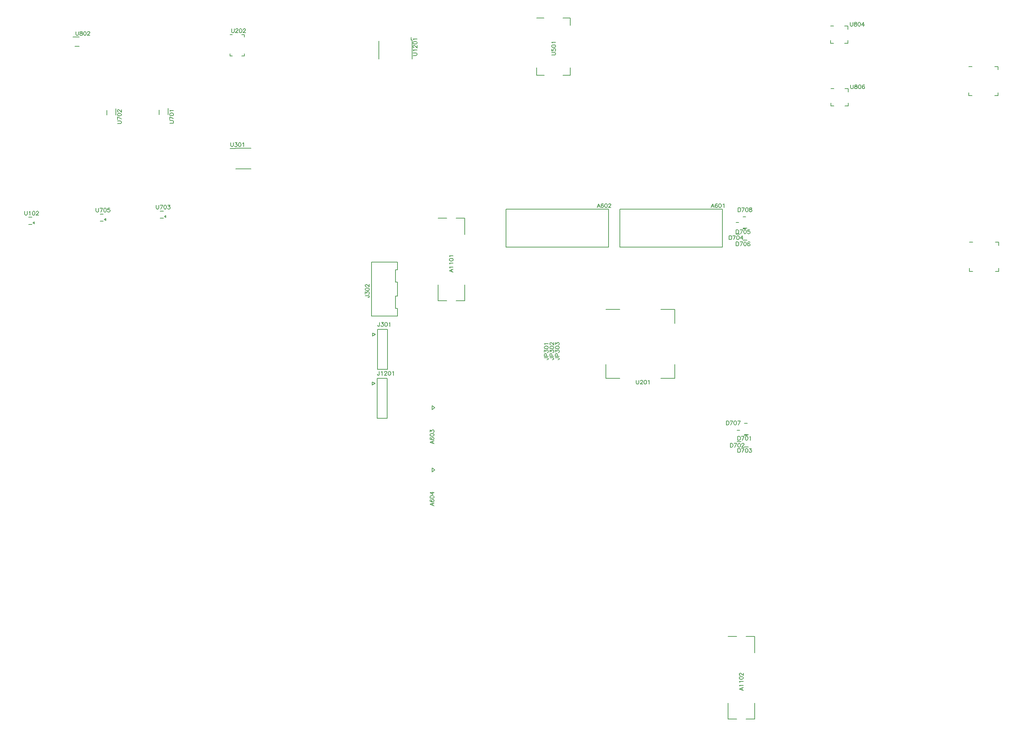
<source format=gto>
%FSLAX46Y46*%
%MOMM*%
%ADD11C,0.127000*%
%ADD10C,0.150000*%
G01*
G01*
%LPD*%
D10*
X56300000Y57900000D02*
X56300000Y58700000D01*
D10*
X60700000Y58700000D02*
X60700000Y57900000D01*
D10*
X60700000Y57900000D02*
X59900000Y57900000D01*
D10*
X59900000Y62300000D02*
X60700000Y62300000D01*
D10*
X60700000Y62300000D02*
X60700000Y61500000D01*
D10*
X57100000Y57900000D02*
X56300000Y57900000D01*
D10*
X57100000Y62300000D02*
X56300000Y62300000D01*
D10*
X61340476Y62559524D02*
X61340476Y63273808D01*
D10*
X61388096Y62416668D02*
X61340476Y62559524D01*
D10*
X61483332Y62321428D02*
X61388096Y62416668D01*
D10*
X61626192Y62273808D02*
X61483332Y62321428D01*
D10*
X61721428Y62273808D02*
X61626192Y62273808D01*
D10*
X61864284Y62321428D02*
X61721428Y62273808D01*
D10*
X61959524Y62416668D02*
X61864284Y62321428D01*
D10*
X62007144Y62559524D02*
X61959524Y62416668D01*
D10*
X62007144Y63273808D02*
X62007144Y62559524D01*
D10*
X62435716Y63226192D02*
X62578572Y63273808D01*
D10*
X62388096Y63130952D02*
X62435716Y63226192D01*
D10*
X62388096Y63035716D02*
X62388096Y63130952D01*
D10*
X62435716Y62940476D02*
X62388096Y63035716D01*
D10*
X62530952Y62892856D02*
X62435716Y62940476D01*
D10*
X62721428Y62845240D02*
X62530952Y62892856D01*
D10*
X62864284Y62797620D02*
X62721428Y62845240D01*
D10*
X62959524Y62702380D02*
X62864284Y62797620D01*
D10*
X63007144Y62607144D02*
X62959524Y62702380D01*
D10*
X63007144Y62464284D02*
X63007144Y62607144D01*
D10*
X62959524Y62369048D02*
X63007144Y62464284D01*
D10*
X62911904Y62321428D02*
X62959524Y62369048D01*
D10*
X62769048Y62273808D02*
X62911904Y62321428D01*
D10*
X62578572Y62273808D02*
X62769048Y62273808D01*
D10*
X62435716Y62321428D02*
X62578572Y62273808D01*
D10*
X62388096Y62369048D02*
X62435716Y62321428D01*
D10*
X62340476Y62464284D02*
X62388096Y62369048D01*
D10*
X62340476Y62607144D02*
X62340476Y62464284D01*
D10*
X62388096Y62702380D02*
X62340476Y62607144D01*
D10*
X62483332Y62797620D02*
X62388096Y62702380D01*
D10*
X62626192Y62845240D02*
X62483332Y62797620D01*
D10*
X62816668Y62892856D02*
X62626192Y62845240D01*
D10*
X62911904Y62940476D02*
X62816668Y62892856D01*
D10*
X62959524Y63035716D02*
X62911904Y62940476D01*
D10*
X62959524Y63130952D02*
X62959524Y63035716D01*
D10*
X62911904Y63226192D02*
X62959524Y63130952D01*
D10*
X62769048Y63273808D02*
X62911904Y63226192D01*
D10*
X62578572Y63273808D02*
X62769048Y63273808D01*
D10*
X63435716Y63226192D02*
X63578572Y63273808D01*
D10*
X63340476Y63083332D02*
X63435716Y63226192D01*
D10*
X63292856Y62845240D02*
X63340476Y63083332D01*
D10*
X63292856Y62702380D02*
X63292856Y62845240D01*
D10*
X63340476Y62464284D02*
X63292856Y62702380D01*
D10*
X63435716Y62321428D02*
X63340476Y62464284D01*
D10*
X63578572Y62273808D02*
X63435716Y62321428D01*
D10*
X63673808Y62273808D02*
X63578572Y62273808D01*
D10*
X63816668Y62321428D02*
X63673808Y62273808D01*
D10*
X63911904Y62464284D02*
X63816668Y62321428D01*
D10*
X63959524Y62702380D02*
X63911904Y62464284D01*
D10*
X63959524Y62845240D02*
X63959524Y62702380D01*
D10*
X63911904Y63083332D02*
X63959524Y62845240D01*
D10*
X63816668Y63226192D02*
X63911904Y63083332D01*
D10*
X63673808Y63273808D02*
X63816668Y63226192D01*
D10*
X63578572Y63273808D02*
X63673808Y63273808D01*
D10*
X64816668Y63226192D02*
X64864284Y63130952D01*
D10*
X64673808Y63273808D02*
X64816668Y63226192D01*
D10*
X64578572Y63273808D02*
X64673808Y63273808D01*
D10*
X64435716Y63226192D02*
X64578572Y63273808D01*
D10*
X64340476Y63083332D02*
X64435716Y63226192D01*
D10*
X64292856Y62845240D02*
X64340476Y63083332D01*
D10*
X64292856Y62607144D02*
X64292856Y62845240D01*
D10*
X64340476Y62416668D02*
X64292856Y62607144D01*
D10*
X64435716Y62321428D02*
X64340476Y62416668D01*
D10*
X64578572Y62273808D02*
X64435716Y62321428D01*
D10*
X64626192Y62273808D02*
X64578572Y62273808D01*
D10*
X64769048Y62321428D02*
X64626192Y62273808D01*
D10*
X64864284Y62416668D02*
X64769048Y62321428D01*
D10*
X64911904Y62559524D02*
X64864284Y62416668D01*
D10*
X64911904Y62607144D02*
X64911904Y62559524D01*
D10*
X64864284Y62750000D02*
X64911904Y62607144D01*
D10*
X64769048Y62845240D02*
X64864284Y62750000D01*
D10*
X64626192Y62892856D02*
X64769048Y62845240D01*
D10*
X64578572Y62892856D02*
X64626192Y62892856D01*
D10*
X64435716Y62845240D02*
X64578572Y62892856D01*
D10*
X64340476Y62750000D02*
X64435716Y62845240D01*
D10*
X64292856Y62607144D02*
X64340476Y62750000D01*
D10*
X-128500000Y29000000D02*
X-128500000Y29000000D01*
D10*
X-128750000Y30425000D02*
X-129550000Y30425000D01*
D10*
X-129550000Y28575000D02*
X-129550000Y28575000D01*
D10*
X-129550000Y28575000D02*
X-129550000Y28575000D01*
D10*
X-129550000Y28575000D02*
X-129550000Y28575000D01*
D10*
X-128750000Y28575000D02*
X-129550000Y28575000D01*
D10*
X-128100000Y29250000D02*
X-128500000Y29000000D01*
D10*
X-128500000Y29000000D02*
X-128500000Y29000000D01*
D10*
X-128500000Y29000000D02*
X-128100000Y28750000D01*
D10*
X-128100000Y28750000D02*
X-128100000Y29250000D01*
D10*
X-129550000Y28575000D02*
X-129550000Y28575000D01*
D10*
X-129550000Y28575000D02*
X-129550000Y28575000D01*
D10*
X-130584520Y31209524D02*
X-130584520Y31923810D01*
D10*
X-130536904Y31066666D02*
X-130584520Y31209524D01*
D10*
X-130441664Y30971428D02*
X-130536904Y31066666D01*
D10*
X-130298808Y30923810D02*
X-130441664Y30971428D01*
D10*
X-130203568Y30923810D02*
X-130298808Y30923810D01*
D10*
X-130060712Y30971428D02*
X-130203568Y30923810D01*
D10*
X-129965480Y31066666D02*
X-130060712Y30971428D01*
D10*
X-129917856Y31209524D02*
X-129965480Y31066666D01*
D10*
X-129917856Y31923810D02*
X-129917856Y31209524D01*
D10*
X-129394048Y30923810D02*
X-128917856Y31923810D01*
D10*
X-128917856Y31923810D02*
X-129584520Y31923810D01*
D10*
X-128489288Y31876190D02*
X-128346432Y31923810D01*
D10*
X-128584520Y31733334D02*
X-128489288Y31876190D01*
D10*
X-128632144Y31495238D02*
X-128584520Y31733334D01*
D10*
X-128632144Y31352380D02*
X-128632144Y31495238D01*
D10*
X-128584520Y31114286D02*
X-128632144Y31352380D01*
D10*
X-128489288Y30971428D02*
X-128584520Y31114286D01*
D10*
X-128346432Y30923810D02*
X-128489288Y30971428D01*
D10*
X-128251192Y30923810D02*
X-128346432Y30923810D01*
D10*
X-128108336Y30971428D02*
X-128251192Y30923810D01*
D10*
X-128013096Y31114286D02*
X-128108336Y30971428D01*
D10*
X-127965480Y31352380D02*
X-128013096Y31114286D01*
D10*
X-127965480Y31495238D02*
X-127965480Y31352380D01*
D10*
X-128013096Y31733334D02*
X-127965480Y31495238D01*
D10*
X-128108336Y31876190D02*
X-128013096Y31733334D01*
D10*
X-128251192Y31923810D02*
X-128108336Y31876190D01*
D10*
X-128346432Y31923810D02*
X-128251192Y31923810D01*
D10*
X-127584520Y31923810D02*
X-127108336Y31923810D01*
D10*
X-127632144Y31495238D02*
X-127584520Y31923810D01*
D10*
X-127584520Y31542858D02*
X-127632144Y31495238D01*
D10*
X-127441664Y31590476D02*
X-127584520Y31542858D01*
D10*
X-127298808Y31590476D02*
X-127441664Y31590476D01*
D10*
X-127155952Y31542858D02*
X-127298808Y31590476D01*
D10*
X-127060712Y31447620D02*
X-127155952Y31542858D01*
D10*
X-127013096Y31304762D02*
X-127060712Y31447620D01*
D10*
X-127013096Y31209524D02*
X-127013096Y31304762D01*
D10*
X-127060712Y31066666D02*
X-127013096Y31209524D01*
D10*
X-127155952Y30971428D02*
X-127060712Y31066666D01*
D10*
X-127298808Y30923810D02*
X-127155952Y30971428D01*
D10*
X-127441664Y30923810D02*
X-127298808Y30923810D01*
D10*
X-127584520Y30971428D02*
X-127441664Y30923810D01*
D10*
X-127632144Y31019048D02*
X-127584520Y30971428D01*
D10*
X-127679760Y31114286D02*
X-127632144Y31019048D01*
D10*
X92190000Y60500000D02*
X91400000Y60500000D01*
D10*
X91400000Y60500000D02*
X91400000Y61290000D01*
D10*
X98010000Y67900000D02*
X98800000Y67900000D01*
D10*
X98800000Y67900000D02*
X98800000Y67110000D01*
D10*
X92190000Y67900000D02*
X91400000Y67900000D01*
D10*
X98800000Y60500000D02*
X98800000Y61290000D01*
D10*
X98010000Y60500000D02*
X98800000Y60500000D01*
D10*
X35050000Y-25850000D02*
X34350000Y-25850000D01*
D10*
X34350000Y-28750000D02*
X35350000Y-28750000D01*
D10*
X32633334Y-30176190D02*
X32633334Y-29176190D01*
D10*
X32966666Y-29176190D02*
X32633334Y-29176190D01*
D10*
X33109524Y-29223810D02*
X32966666Y-29176190D01*
D10*
X33204762Y-29319048D02*
X33109524Y-29223810D01*
D10*
X33252380Y-29414286D02*
X33204762Y-29319048D01*
D10*
X33300000Y-29557142D02*
X33252380Y-29414286D01*
D10*
X33300000Y-29795238D02*
X33300000Y-29557142D01*
D10*
X33252380Y-29938096D02*
X33300000Y-29795238D01*
D10*
X33204762Y-30033334D02*
X33252380Y-29938096D01*
D10*
X33109524Y-30128572D02*
X33204762Y-30033334D01*
D10*
X32966666Y-30176190D02*
X33109524Y-30128572D01*
D10*
X32633334Y-30176190D02*
X32966666Y-30176190D01*
D10*
X33776192Y-30176190D02*
X34252380Y-29176190D01*
D10*
X34252380Y-29176190D02*
X33585716Y-29176190D01*
D10*
X34680952Y-29223810D02*
X34823808Y-29176190D01*
D10*
X34585716Y-29366666D02*
X34680952Y-29223810D01*
D10*
X34538096Y-29604762D02*
X34585716Y-29366666D01*
D10*
X34538096Y-29747620D02*
X34538096Y-29604762D01*
D10*
X34585716Y-29985714D02*
X34538096Y-29747620D01*
D10*
X34680952Y-30128572D02*
X34585716Y-29985714D01*
D10*
X34823808Y-30176190D02*
X34680952Y-30128572D01*
D10*
X34919048Y-30176190D02*
X34823808Y-30176190D01*
D10*
X35061904Y-30128572D02*
X34919048Y-30176190D01*
D10*
X35157144Y-29985714D02*
X35061904Y-30128572D01*
D10*
X35204760Y-29747620D02*
X35157144Y-29985714D01*
D10*
X35204760Y-29604762D02*
X35204760Y-29747620D01*
D10*
X35157144Y-29366666D02*
X35204760Y-29604762D01*
D10*
X35061904Y-29223810D02*
X35157144Y-29366666D01*
D10*
X34919048Y-29176190D02*
X35061904Y-29223810D01*
D10*
X34823808Y-29176190D02*
X34919048Y-29176190D01*
D10*
X36109524Y-29176190D02*
X35585716Y-29176190D01*
D10*
X35823808Y-29557142D02*
X36109524Y-29176190D01*
D10*
X35966668Y-29557142D02*
X35823808Y-29557142D01*
D10*
X36061904Y-29604762D02*
X35966668Y-29557142D01*
D10*
X36109524Y-29652380D02*
X36061904Y-29604762D01*
D10*
X36157144Y-29795238D02*
X36109524Y-29652380D01*
D10*
X36157144Y-29890476D02*
X36157144Y-29795238D01*
D10*
X36109524Y-30033334D02*
X36157144Y-29890476D01*
D10*
X36014284Y-30128572D02*
X36109524Y-30033334D01*
D10*
X35871428Y-30176190D02*
X36014284Y-30128572D01*
D10*
X35728572Y-30176190D02*
X35871428Y-30176190D01*
D10*
X35585716Y-30128572D02*
X35728572Y-30176190D01*
D10*
X35538096Y-30080952D02*
X35585716Y-30128572D01*
D10*
X35490476Y-29985714D02*
X35538096Y-30080952D01*
D10*
X16615000Y-11365000D02*
X13040000Y-11365000D01*
D10*
X16615000Y6185000D02*
X16615000Y2610000D01*
D10*
X-935000Y6185000D02*
X2640000Y6185000D01*
D10*
X16615000Y6185000D02*
X13040000Y6185000D01*
D10*
X-935000Y-11365000D02*
X2640000Y-11365000D01*
D10*
X-935000Y-11365000D02*
X-935000Y-7790000D01*
D10*
X16615000Y-11365000D02*
X16615000Y-7790000D01*
D10*
X6805476Y-12530476D02*
X6805476Y-11816190D01*
D10*
X6853095Y-12673333D02*
X6805476Y-12530476D01*
D10*
X6948333Y-12768571D02*
X6853095Y-12673333D01*
D10*
X7091190Y-12816190D02*
X6948333Y-12768571D01*
D10*
X7186428Y-12816190D02*
X7091190Y-12816190D01*
D10*
X7329285Y-12768571D02*
X7186428Y-12816190D01*
D10*
X7424524Y-12673333D02*
X7329285Y-12768571D01*
D10*
X7472143Y-12530476D02*
X7424524Y-12673333D01*
D10*
X7472143Y-11816190D02*
X7472143Y-12530476D01*
D10*
X7853095Y-12006667D02*
X7853095Y-12054286D01*
D10*
X7900714Y-11911429D02*
X7853095Y-12006667D01*
D10*
X7948333Y-11863810D02*
X7900714Y-11911429D01*
D10*
X8043571Y-11816190D02*
X7948333Y-11863810D01*
D10*
X8234047Y-11816190D02*
X8043571Y-11816190D01*
D10*
X8329286Y-11863810D02*
X8234047Y-11816190D01*
D10*
X8376905Y-11911429D02*
X8329286Y-11863810D01*
D10*
X8424524Y-12006667D02*
X8376905Y-11911429D01*
D10*
X8424524Y-12101905D02*
X8424524Y-12006667D01*
D10*
X8376905Y-12197143D02*
X8424524Y-12101905D01*
D10*
X8281666Y-12340000D02*
X8376905Y-12197143D01*
D10*
X7805476Y-12816190D02*
X8281666Y-12340000D01*
D10*
X8472143Y-12816190D02*
X7805476Y-12816190D01*
D10*
X8900714Y-11863810D02*
X9043572Y-11816190D01*
D10*
X8805476Y-12006667D02*
X8900714Y-11863810D01*
D10*
X8757857Y-12244762D02*
X8805476Y-12006667D01*
D10*
X8757857Y-12387619D02*
X8757857Y-12244762D01*
D10*
X8805476Y-12625714D02*
X8757857Y-12387619D01*
D10*
X8900714Y-12768571D02*
X8805476Y-12625714D01*
D10*
X9043572Y-12816190D02*
X8900714Y-12768571D01*
D10*
X9138810Y-12816190D02*
X9043572Y-12816190D01*
D10*
X9281666Y-12768571D02*
X9138810Y-12816190D01*
D10*
X9376905Y-12625714D02*
X9281666Y-12768571D01*
D10*
X9424524Y-12387619D02*
X9376905Y-12625714D01*
D10*
X9424524Y-12244762D02*
X9424524Y-12387619D01*
D10*
X9376905Y-12006667D02*
X9424524Y-12244762D01*
D10*
X9281666Y-11863810D02*
X9376905Y-12006667D01*
D10*
X9138810Y-11816190D02*
X9281666Y-11863810D01*
D10*
X9043572Y-11816190D02*
X9138810Y-11816190D01*
D10*
X9948333Y-11959048D02*
X9853095Y-12006667D01*
D10*
X10091190Y-11816190D02*
X9948333Y-11959048D01*
D10*
X10091190Y-12816190D02*
X10091190Y-11816190D01*
D10*
X-13011905Y-6122619D02*
X-13773810Y-6122619D01*
D10*
X-12869048Y-6170238D02*
X-13011905Y-6122619D01*
D10*
X-12821429Y-6217857D02*
X-12869048Y-6170238D01*
D10*
X-12773810Y-6313095D02*
X-12821429Y-6217857D01*
D10*
X-12773810Y-6408333D02*
X-12773810Y-6313095D01*
D10*
X-12821429Y-6503571D02*
X-12773810Y-6408333D01*
D10*
X-12869048Y-6551190D02*
X-12821429Y-6503571D01*
D10*
X-13011905Y-6598809D02*
X-12869048Y-6551190D01*
D10*
X-13107143Y-6598809D02*
X-13011905Y-6598809D01*
D10*
X-12773810Y-5741666D02*
X-13773810Y-5741666D01*
D10*
X-13773810Y-5313095D02*
X-13773810Y-5741666D01*
D10*
X-13726190Y-5170238D02*
X-13773810Y-5313095D01*
D10*
X-13678571Y-5122619D02*
X-13726190Y-5170238D01*
D10*
X-13583333Y-5075000D02*
X-13678571Y-5122619D01*
D10*
X-13440476Y-5075000D02*
X-13583333Y-5075000D01*
D10*
X-13345238Y-5122619D02*
X-13440476Y-5075000D01*
D10*
X-13297619Y-5170238D02*
X-13345238Y-5122619D01*
D10*
X-13250000Y-5313095D02*
X-13297619Y-5170238D01*
D10*
X-13250000Y-5741666D02*
X-13250000Y-5313095D01*
D10*
X-13773810Y-4170238D02*
X-13773810Y-4694047D01*
D10*
X-13392857Y-4455952D02*
X-13773810Y-4170238D01*
D10*
X-13392857Y-4313095D02*
X-13392857Y-4455952D01*
D10*
X-13345238Y-4217857D02*
X-13392857Y-4313095D01*
D10*
X-13297619Y-4170238D02*
X-13345238Y-4217857D01*
D10*
X-13154762Y-4122619D02*
X-13297619Y-4170238D01*
D10*
X-13059524Y-4122619D02*
X-13154762Y-4122619D01*
D10*
X-12916667Y-4170238D02*
X-13059524Y-4122619D01*
D10*
X-12821429Y-4265476D02*
X-12916667Y-4170238D01*
D10*
X-12773810Y-4408333D02*
X-12821429Y-4265476D01*
D10*
X-12773810Y-4551190D02*
X-12773810Y-4408333D01*
D10*
X-12821429Y-4694047D02*
X-12773810Y-4551190D01*
D10*
X-12869048Y-4741666D02*
X-12821429Y-4694047D01*
D10*
X-12964286Y-4789286D02*
X-12869048Y-4741666D01*
D10*
X-13726190Y-3694047D02*
X-13773810Y-3551190D01*
D10*
X-13583333Y-3789285D02*
X-13726190Y-3694047D01*
D10*
X-13345238Y-3836904D02*
X-13583333Y-3789285D01*
D10*
X-13202381Y-3836904D02*
X-13345238Y-3836904D01*
D10*
X-12964286Y-3789285D02*
X-13202381Y-3836904D01*
D10*
X-12821429Y-3694047D02*
X-12964286Y-3789285D01*
D10*
X-12773810Y-3551190D02*
X-12821429Y-3694047D01*
D10*
X-12773810Y-3455952D02*
X-12773810Y-3551190D01*
D10*
X-12821429Y-3313095D02*
X-12773810Y-3455952D01*
D10*
X-12964286Y-3217857D02*
X-12821429Y-3313095D01*
D10*
X-13202381Y-3170238D02*
X-12964286Y-3217857D01*
D10*
X-13345238Y-3170238D02*
X-13202381Y-3170238D01*
D10*
X-13583333Y-3217857D02*
X-13345238Y-3170238D01*
D10*
X-13726190Y-3313095D02*
X-13583333Y-3217857D01*
D10*
X-13773810Y-3455952D02*
X-13726190Y-3313095D01*
D10*
X-13773810Y-3551190D02*
X-13773810Y-3455952D01*
D10*
X-13773810Y-2265476D02*
X-13773810Y-2789285D01*
D10*
X-13392857Y-2551190D02*
X-13773810Y-2265476D01*
D10*
X-13392857Y-2408333D02*
X-13392857Y-2551190D01*
D10*
X-13345238Y-2313095D02*
X-13392857Y-2408333D01*
D10*
X-13297619Y-2265476D02*
X-13345238Y-2313095D01*
D10*
X-13154762Y-2217857D02*
X-13297619Y-2265476D01*
D10*
X-13059524Y-2217857D02*
X-13154762Y-2217857D01*
D10*
X-12916667Y-2265476D02*
X-13059524Y-2217857D01*
D10*
X-12821429Y-2360714D02*
X-12916667Y-2265476D01*
D10*
X-12773810Y-2503571D02*
X-12821429Y-2360714D01*
D10*
X-12773810Y-2646428D02*
X-12773810Y-2503571D01*
D10*
X-12821429Y-2789285D02*
X-12773810Y-2646428D01*
D10*
X-12869048Y-2836904D02*
X-12821429Y-2789285D01*
D10*
X-12964286Y-2884523D02*
X-12869048Y-2836904D01*
D10*
X-134890000Y75400000D02*
X-135990000Y75400000D01*
D10*
X-135990000Y75400000D02*
X-136490000Y75400000D01*
D10*
X-135990000Y73100000D02*
X-134890000Y73100000D01*
D10*
X-135699520Y76109520D02*
X-135699520Y76823808D01*
D10*
X-135651904Y75966664D02*
X-135699520Y76109520D01*
D10*
X-135556672Y75871432D02*
X-135651904Y75966664D01*
D10*
X-135413808Y75823808D02*
X-135556672Y75871432D01*
D10*
X-135318576Y75823808D02*
X-135413808Y75823808D01*
D10*
X-135175712Y75871432D02*
X-135318576Y75823808D01*
D10*
X-135080480Y75966664D02*
X-135175712Y75871432D01*
D10*
X-135032864Y76109520D02*
X-135080480Y75966664D01*
D10*
X-135032864Y76823808D02*
X-135032864Y76109520D01*
D10*
X-134604288Y76776192D02*
X-134461424Y76823808D01*
D10*
X-134651904Y76680952D02*
X-134604288Y76776192D01*
D10*
X-134651904Y76585712D02*
X-134651904Y76680952D01*
D10*
X-134604288Y76490480D02*
X-134651904Y76585712D01*
D10*
X-134509040Y76442856D02*
X-134604288Y76490480D01*
D10*
X-134318576Y76395240D02*
X-134509040Y76442856D01*
D10*
X-134175712Y76347616D02*
X-134318576Y76395240D01*
D10*
X-134080480Y76252384D02*
X-134175712Y76347616D01*
D10*
X-134032856Y76157144D02*
X-134080480Y76252384D01*
D10*
X-134032856Y76014288D02*
X-134032856Y76157144D01*
D10*
X-134080480Y75919048D02*
X-134032856Y76014288D01*
D10*
X-134128096Y75871432D02*
X-134080480Y75919048D01*
D10*
X-134270960Y75823808D02*
X-134128096Y75871432D01*
D10*
X-134461424Y75823808D02*
X-134270960Y75823808D01*
D10*
X-134604288Y75871432D02*
X-134461424Y75823808D01*
D10*
X-134651904Y75919048D02*
X-134604288Y75871432D01*
D10*
X-134699520Y76014288D02*
X-134651904Y75919048D01*
D10*
X-134699520Y76157144D02*
X-134699520Y76014288D01*
D10*
X-134651904Y76252384D02*
X-134699520Y76157144D01*
D10*
X-134556672Y76347616D02*
X-134651904Y76252384D01*
D10*
X-134413808Y76395240D02*
X-134556672Y76347616D01*
D10*
X-134223328Y76442856D02*
X-134413808Y76395240D01*
D10*
X-134128096Y76490480D02*
X-134223328Y76442856D01*
D10*
X-134080480Y76585712D02*
X-134128096Y76490480D01*
D10*
X-134080480Y76680952D02*
X-134080480Y76585712D01*
D10*
X-134128096Y76776192D02*
X-134080480Y76680952D01*
D10*
X-134270960Y76823808D02*
X-134128096Y76776192D01*
D10*
X-134461424Y76823808D02*
X-134270960Y76823808D01*
D10*
X-133604288Y76776192D02*
X-133461432Y76823808D01*
D10*
X-133699520Y76633336D02*
X-133604288Y76776192D01*
D10*
X-133747144Y76395240D02*
X-133699520Y76633336D01*
D10*
X-133747144Y76252384D02*
X-133747144Y76395240D01*
D10*
X-133699520Y76014288D02*
X-133747144Y76252384D01*
D10*
X-133604288Y75871432D02*
X-133699520Y76014288D01*
D10*
X-133461432Y75823808D02*
X-133604288Y75871432D01*
D10*
X-133366192Y75823808D02*
X-133461432Y75823808D01*
D10*
X-133223336Y75871432D02*
X-133366192Y75823808D01*
D10*
X-133128096Y76014288D02*
X-133223336Y75871432D01*
D10*
X-133080480Y76252384D02*
X-133128096Y76014288D01*
D10*
X-133080480Y76395240D02*
X-133080480Y76252384D01*
D10*
X-133128096Y76633336D02*
X-133080480Y76395240D01*
D10*
X-133223336Y76776192D02*
X-133128096Y76633336D01*
D10*
X-133366192Y76823808D02*
X-133223336Y76776192D01*
D10*
X-133461432Y76823808D02*
X-133366192Y76823808D01*
D10*
X-132747144Y76633336D02*
X-132747144Y76585712D01*
D10*
X-132699520Y76728568D02*
X-132747144Y76633336D01*
D10*
X-132651904Y76776192D02*
X-132699520Y76728568D01*
D10*
X-132556664Y76823808D02*
X-132651904Y76776192D01*
D10*
X-132366192Y76823808D02*
X-132556664Y76823808D01*
D10*
X-132270952Y76776192D02*
X-132366192Y76823808D01*
D10*
X-132223336Y76728568D02*
X-132270952Y76776192D01*
D10*
X-132175712Y76633336D02*
X-132223336Y76728568D01*
D10*
X-132175712Y76538096D02*
X-132175712Y76633336D01*
D10*
X-132223336Y76442856D02*
X-132175712Y76538096D01*
D10*
X-132318568Y76300000D02*
X-132223336Y76442856D01*
D10*
X-132794760Y75823808D02*
X-132318568Y76300000D01*
D10*
X-132128096Y75823808D02*
X-132794760Y75823808D01*
D10*
X56200000Y73800000D02*
X56200000Y74600000D01*
D10*
X60600000Y74600000D02*
X60600000Y73800000D01*
D10*
X60600000Y73800000D02*
X59800000Y73800000D01*
D10*
X59800000Y78200000D02*
X60600000Y78200000D01*
D10*
X60600000Y78200000D02*
X60600000Y77400000D01*
D10*
X57000000Y73800000D02*
X56200000Y73800000D01*
D10*
X57000000Y78200000D02*
X56200000Y78200000D01*
D10*
X61240476Y78459520D02*
X61240476Y79173808D01*
D10*
X61288096Y78316664D02*
X61240476Y78459520D01*
D10*
X61383332Y78221432D02*
X61288096Y78316664D01*
D10*
X61526192Y78173808D02*
X61383332Y78221432D01*
D10*
X61621428Y78173808D02*
X61526192Y78173808D01*
D10*
X61764284Y78221432D02*
X61621428Y78173808D01*
D10*
X61859524Y78316664D02*
X61764284Y78221432D01*
D10*
X61907144Y78459520D02*
X61859524Y78316664D01*
D10*
X61907144Y79173808D02*
X61907144Y78459520D01*
D10*
X62335716Y79126192D02*
X62478572Y79173808D01*
D10*
X62288096Y79030952D02*
X62335716Y79126192D01*
D10*
X62288096Y78935712D02*
X62288096Y79030952D01*
D10*
X62335716Y78840480D02*
X62288096Y78935712D01*
D10*
X62430952Y78792856D02*
X62335716Y78840480D01*
D10*
X62621428Y78745240D02*
X62430952Y78792856D01*
D10*
X62764284Y78697616D02*
X62621428Y78745240D01*
D10*
X62859524Y78602384D02*
X62764284Y78697616D01*
D10*
X62907144Y78507144D02*
X62859524Y78602384D01*
D10*
X62907144Y78364288D02*
X62907144Y78507144D01*
D10*
X62859524Y78269048D02*
X62907144Y78364288D01*
D10*
X62811904Y78221432D02*
X62859524Y78269048D01*
D10*
X62669048Y78173808D02*
X62811904Y78221432D01*
D10*
X62478572Y78173808D02*
X62669048Y78173808D01*
D10*
X62335716Y78221432D02*
X62478572Y78173808D01*
D10*
X62288096Y78269048D02*
X62335716Y78221432D01*
D10*
X62240476Y78364288D02*
X62288096Y78269048D01*
D10*
X62240476Y78507144D02*
X62240476Y78364288D01*
D10*
X62288096Y78602384D02*
X62240476Y78507144D01*
D10*
X62383332Y78697616D02*
X62288096Y78602384D01*
D10*
X62526192Y78745240D02*
X62383332Y78697616D01*
D10*
X62716668Y78792856D02*
X62526192Y78745240D01*
D10*
X62811904Y78840480D02*
X62716668Y78792856D01*
D10*
X62859524Y78935712D02*
X62811904Y78840480D01*
D10*
X62859524Y79030952D02*
X62859524Y78935712D01*
D10*
X62811904Y79126192D02*
X62859524Y79030952D01*
D10*
X62669048Y79173808D02*
X62811904Y79126192D01*
D10*
X62478572Y79173808D02*
X62669048Y79173808D01*
D10*
X63335716Y79126192D02*
X63478572Y79173808D01*
D10*
X63240476Y78983336D02*
X63335716Y79126192D01*
D10*
X63192856Y78745240D02*
X63240476Y78983336D01*
D10*
X63192856Y78602384D02*
X63192856Y78745240D01*
D10*
X63240476Y78364288D02*
X63192856Y78602384D01*
D10*
X63335716Y78221432D02*
X63240476Y78364288D01*
D10*
X63478572Y78173808D02*
X63335716Y78221432D01*
D10*
X63573808Y78173808D02*
X63478572Y78173808D01*
D10*
X63716668Y78221432D02*
X63573808Y78173808D01*
D10*
X63811904Y78364288D02*
X63716668Y78221432D01*
D10*
X63859524Y78602384D02*
X63811904Y78364288D01*
D10*
X63859524Y78745240D02*
X63859524Y78602384D01*
D10*
X63811904Y78983336D02*
X63859524Y78745240D01*
D10*
X63716668Y79126192D02*
X63811904Y78983336D01*
D10*
X63573808Y79173808D02*
X63716668Y79126192D01*
D10*
X63478572Y79173808D02*
X63573808Y79173808D01*
D10*
X64145240Y78507144D02*
X64621428Y79173808D01*
D10*
X64859524Y78507144D02*
X64145240Y78507144D01*
D10*
X64621428Y78173808D02*
X64621428Y79173808D01*
D10*
X36940000Y-98000000D02*
X34740000Y-98000000D01*
D10*
X36940000Y-77000000D02*
X34740000Y-77000000D01*
D10*
X32340000Y-77000000D02*
X30140000Y-77000000D01*
D10*
X32340000Y-98000000D02*
X30140000Y-98000000D01*
D10*
X30140000Y-98000000D02*
X30140000Y-93900000D01*
D10*
X36940000Y-81100000D02*
X36940000Y-77000000D01*
D10*
X34740000Y-98000000D02*
X34740000Y-98000000D01*
D10*
X34740000Y-98000000D02*
X34740000Y-98000000D01*
D10*
X34740000Y-98000000D02*
X34740000Y-98000000D01*
D10*
X36940000Y-93900000D02*
X36940000Y-98000000D01*
D10*
X34016192Y-90719048D02*
X33016190Y-90338096D01*
D10*
X34016192Y-89957144D02*
X33016190Y-90338096D01*
D10*
X33682856Y-90100000D02*
X33682856Y-90576192D01*
D10*
X33159048Y-89528568D02*
X33206666Y-89623808D01*
D10*
X33016190Y-89385712D02*
X33159048Y-89528568D01*
D10*
X34016192Y-89385712D02*
X33016190Y-89385712D01*
D10*
X33159048Y-88576192D02*
X33206666Y-88671432D01*
D10*
X33016190Y-88433336D02*
X33159048Y-88576192D01*
D10*
X34016192Y-88433336D02*
X33016190Y-88433336D01*
D10*
X33063810Y-87719048D02*
X33016190Y-87576192D01*
D10*
X33206666Y-87814288D02*
X33063810Y-87719048D01*
D10*
X33444762Y-87861904D02*
X33206666Y-87814288D01*
D10*
X33587620Y-87861904D02*
X33444762Y-87861904D01*
D10*
X33825716Y-87814288D02*
X33587620Y-87861904D01*
D10*
X33968572Y-87719048D02*
X33825716Y-87814288D01*
D10*
X34016192Y-87576192D02*
X33968572Y-87719048D01*
D10*
X34016192Y-87480952D02*
X34016192Y-87576192D01*
D10*
X33968572Y-87338096D02*
X34016192Y-87480952D01*
D10*
X33825716Y-87242856D02*
X33968572Y-87338096D01*
D10*
X33587620Y-87195240D02*
X33825716Y-87242856D01*
D10*
X33444762Y-87195240D02*
X33587620Y-87195240D01*
D10*
X33206666Y-87242856D02*
X33444762Y-87195240D01*
D10*
X33063810Y-87338096D02*
X33206666Y-87242856D01*
D10*
X33016190Y-87480952D02*
X33063810Y-87338096D01*
D10*
X33016190Y-87576192D02*
X33016190Y-87480952D01*
D10*
X33206666Y-86861904D02*
X33254286Y-86861904D01*
D10*
X33111428Y-86814288D02*
X33206666Y-86861904D01*
D10*
X33063810Y-86766664D02*
X33111428Y-86814288D01*
D10*
X33016190Y-86671432D02*
X33063810Y-86766664D01*
D10*
X33016190Y-86480952D02*
X33016190Y-86671432D01*
D10*
X33063810Y-86385712D02*
X33016190Y-86480952D01*
D10*
X33111428Y-86338096D02*
X33063810Y-86385712D01*
D10*
X33206666Y-86290480D02*
X33111428Y-86338096D01*
D10*
X33301904Y-86290480D02*
X33206666Y-86290480D01*
D10*
X33397142Y-86338096D02*
X33301904Y-86290480D01*
D10*
X33540000Y-86433336D02*
X33397142Y-86338096D01*
D10*
X34016192Y-86909520D02*
X33540000Y-86433336D01*
D10*
X34016192Y-86242856D02*
X34016192Y-86909520D01*
D10*
X-113210000Y29760000D02*
X-113210000Y29760000D01*
D10*
X-113460000Y31185000D02*
X-114260000Y31185000D01*
D10*
X-114260000Y29335000D02*
X-114260000Y29335000D01*
D10*
X-114260000Y29335000D02*
X-114260000Y29335000D01*
D10*
X-114260000Y29335000D02*
X-114260000Y29335000D01*
D10*
X-113460000Y29335000D02*
X-114260000Y29335000D01*
D10*
X-112810000Y30010000D02*
X-113210000Y29760000D01*
D10*
X-113210000Y29760000D02*
X-113210000Y29760000D01*
D10*
X-113210000Y29760000D02*
X-112810000Y29510000D01*
D10*
X-112810000Y29510000D02*
X-112810000Y30010000D01*
D10*
X-114260000Y29335000D02*
X-114260000Y29335000D01*
D10*
X-114260000Y29335000D02*
X-114260000Y29335000D01*
D10*
X-115294520Y31969524D02*
X-115294520Y32683810D01*
D10*
X-115246904Y31826666D02*
X-115294520Y31969524D01*
D10*
X-115151664Y31731428D02*
X-115246904Y31826666D01*
D10*
X-115008808Y31683810D02*
X-115151664Y31731428D01*
D10*
X-114913568Y31683810D02*
X-115008808Y31683810D01*
D10*
X-114770712Y31731428D02*
X-114913568Y31683810D01*
D10*
X-114675480Y31826666D02*
X-114770712Y31731428D01*
D10*
X-114627856Y31969524D02*
X-114675480Y31826666D01*
D10*
X-114627856Y32683810D02*
X-114627856Y31969524D01*
D10*
X-114104048Y31683810D02*
X-113627856Y32683810D01*
D10*
X-113627856Y32683810D02*
X-114294520Y32683810D01*
D10*
X-113199288Y32636190D02*
X-113056432Y32683810D01*
D10*
X-113294520Y32493334D02*
X-113199288Y32636190D01*
D10*
X-113342144Y32255238D02*
X-113294520Y32493334D01*
D10*
X-113342144Y32112380D02*
X-113342144Y32255238D01*
D10*
X-113294520Y31874286D02*
X-113342144Y32112380D01*
D10*
X-113199288Y31731428D02*
X-113294520Y31874286D01*
D10*
X-113056432Y31683810D02*
X-113199288Y31731428D01*
D10*
X-112961192Y31683810D02*
X-113056432Y31683810D01*
D10*
X-112818336Y31731428D02*
X-112961192Y31683810D01*
D10*
X-112723096Y31874286D02*
X-112818336Y31731428D01*
D10*
X-112675480Y32112380D02*
X-112723096Y31874286D01*
D10*
X-112675480Y32255238D02*
X-112675480Y32112380D01*
D10*
X-112723096Y32493334D02*
X-112675480Y32255238D01*
D10*
X-112818336Y32636190D02*
X-112723096Y32493334D01*
D10*
X-112961192Y32683810D02*
X-112818336Y32636190D01*
D10*
X-113056432Y32683810D02*
X-112961192Y32683810D01*
D10*
X-111770712Y32683810D02*
X-112294520Y32683810D01*
D10*
X-112056432Y32302858D02*
X-111770712Y32683810D01*
D10*
X-111913568Y32302858D02*
X-112056432Y32302858D01*
D10*
X-111818336Y32255238D02*
X-111913568Y32302858D01*
D10*
X-111770712Y32207620D02*
X-111818336Y32255238D01*
D10*
X-111723096Y32064762D02*
X-111770712Y32207620D01*
D10*
X-111723096Y31969524D02*
X-111723096Y32064762D01*
D10*
X-111770712Y31826666D02*
X-111723096Y31969524D01*
D10*
X-111865952Y31731428D02*
X-111770712Y31826666D01*
D10*
X-112008808Y31683810D02*
X-111865952Y31731428D01*
D10*
X-112151664Y31683810D02*
X-112008808Y31683810D01*
D10*
X-112294520Y31731428D02*
X-112151664Y31683810D01*
D10*
X-112342144Y31779048D02*
X-112294520Y31731428D01*
D10*
X-112389760Y31874286D02*
X-112342144Y31779048D01*
D10*
X34650000Y29750000D02*
X33950000Y29750000D01*
D10*
X33950000Y26850000D02*
X34950000Y26850000D01*
D10*
X32233334Y25423810D02*
X32233334Y26423810D01*
D10*
X32566666Y26423810D02*
X32233334Y26423810D01*
D10*
X32709524Y26376190D02*
X32566666Y26423810D01*
D10*
X32804762Y26280952D02*
X32709524Y26376190D01*
D10*
X32852380Y26185714D02*
X32804762Y26280952D01*
D10*
X32900000Y26042858D02*
X32852380Y26185714D01*
D10*
X32900000Y25804762D02*
X32900000Y26042858D01*
D10*
X32852380Y25661904D02*
X32900000Y25804762D01*
D10*
X32804762Y25566666D02*
X32852380Y25661904D01*
D10*
X32709524Y25471428D02*
X32804762Y25566666D01*
D10*
X32566666Y25423810D02*
X32709524Y25471428D01*
D10*
X32233334Y25423810D02*
X32566666Y25423810D01*
D10*
X33376190Y25423810D02*
X33852380Y26423810D01*
D10*
X33852380Y26423810D02*
X33185714Y26423810D01*
D10*
X34280952Y26376190D02*
X34423808Y26423810D01*
D10*
X34185716Y26233334D02*
X34280952Y26376190D01*
D10*
X34138096Y25995238D02*
X34185716Y26233334D01*
D10*
X34138096Y25852380D02*
X34138096Y25995238D01*
D10*
X34185716Y25614286D02*
X34138096Y25852380D01*
D10*
X34280952Y25471428D02*
X34185716Y25614286D01*
D10*
X34423808Y25423810D02*
X34280952Y25471428D01*
D10*
X34519048Y25423810D02*
X34423808Y25423810D01*
D10*
X34661904Y25471428D02*
X34519048Y25423810D01*
D10*
X34757144Y25614286D02*
X34661904Y25471428D01*
D10*
X34804760Y25852380D02*
X34757144Y25614286D01*
D10*
X34804760Y25995238D02*
X34804760Y25852380D01*
D10*
X34757144Y26233334D02*
X34804760Y25995238D01*
D10*
X34661904Y26376190D02*
X34757144Y26233334D01*
D10*
X34519048Y26423810D02*
X34661904Y26376190D01*
D10*
X34423808Y26423810D02*
X34519048Y26423810D01*
D10*
X35185716Y26423810D02*
X35661904Y26423810D01*
D10*
X35138096Y25995238D02*
X35185716Y26423810D01*
D10*
X35185716Y26042858D02*
X35138096Y25995238D01*
D10*
X35328572Y26090476D02*
X35185716Y26042858D01*
D10*
X35471428Y26090476D02*
X35328572Y26090476D01*
D10*
X35614284Y26042858D02*
X35471428Y26090476D01*
D10*
X35709524Y25947620D02*
X35614284Y26042858D01*
D10*
X35757144Y25804762D02*
X35709524Y25947620D01*
D10*
X35757144Y25709524D02*
X35757144Y25804762D01*
D10*
X35709524Y25566666D02*
X35757144Y25709524D01*
D10*
X35614284Y25471428D02*
X35709524Y25566666D01*
D10*
X35471428Y25423810D02*
X35614284Y25471428D01*
D10*
X35328572Y25423810D02*
X35471428Y25423810D01*
D10*
X35185716Y25471428D02*
X35328572Y25423810D01*
D10*
X35138096Y25519048D02*
X35185716Y25471428D01*
D10*
X35090476Y25614286D02*
X35138096Y25519048D01*
D10*
X-96500000Y70600000D02*
X-95900000Y70600000D01*
D10*
X-96500000Y70600000D02*
X-96500000Y71200000D01*
D10*
X-92900000Y70600000D02*
X-92900000Y71200000D01*
D10*
X-96500000Y76000000D02*
X-95900000Y76000000D01*
D10*
X-92900000Y76000000D02*
X-93500000Y76000000D01*
D10*
X-92900000Y70600000D02*
X-93500000Y70600000D01*
D10*
X-92900000Y76000000D02*
X-92900000Y75400000D01*
D10*
X-96109520Y76809520D02*
X-96109520Y77523808D01*
D10*
X-96061904Y76666664D02*
X-96109520Y76809520D01*
D10*
X-95966664Y76571432D02*
X-96061904Y76666664D01*
D10*
X-95823808Y76523808D02*
X-95966664Y76571432D01*
D10*
X-95728568Y76523808D02*
X-95823808Y76523808D01*
D10*
X-95585712Y76571432D02*
X-95728568Y76523808D01*
D10*
X-95490480Y76666664D02*
X-95585712Y76571432D01*
D10*
X-95442856Y76809520D02*
X-95490480Y76666664D01*
D10*
X-95442856Y77523808D02*
X-95442856Y76809520D01*
D10*
X-95061904Y77333336D02*
X-95061904Y77285712D01*
D10*
X-95014288Y77428568D02*
X-95061904Y77333336D01*
D10*
X-94966664Y77476192D02*
X-95014288Y77428568D01*
D10*
X-94871432Y77523808D02*
X-94966664Y77476192D01*
D10*
X-94680952Y77523808D02*
X-94871432Y77523808D01*
D10*
X-94585712Y77476192D02*
X-94680952Y77523808D01*
D10*
X-94538096Y77428568D02*
X-94585712Y77476192D01*
D10*
X-94490480Y77333336D02*
X-94538096Y77428568D01*
D10*
X-94490480Y77238096D02*
X-94490480Y77333336D01*
D10*
X-94538096Y77142856D02*
X-94490480Y77238096D01*
D10*
X-94633336Y77000000D02*
X-94538096Y77142856D01*
D10*
X-95109520Y76523808D02*
X-94633336Y77000000D01*
D10*
X-94442856Y76523808D02*
X-95109520Y76523808D01*
D10*
X-94014288Y77476192D02*
X-93871432Y77523808D01*
D10*
X-94109520Y77333336D02*
X-94014288Y77476192D01*
D10*
X-94157144Y77095240D02*
X-94109520Y77333336D01*
D10*
X-94157144Y76952384D02*
X-94157144Y77095240D01*
D10*
X-94109520Y76714288D02*
X-94157144Y76952384D01*
D10*
X-94014288Y76571432D02*
X-94109520Y76714288D01*
D10*
X-93871432Y76523808D02*
X-94014288Y76571432D01*
D10*
X-93776192Y76523808D02*
X-93871432Y76523808D01*
D10*
X-93633336Y76571432D02*
X-93776192Y76523808D01*
D10*
X-93538096Y76714288D02*
X-93633336Y76571432D01*
D10*
X-93490480Y76952384D02*
X-93538096Y76714288D01*
D10*
X-93490480Y77095240D02*
X-93490480Y76952384D01*
D10*
X-93538096Y77333336D02*
X-93490480Y77095240D01*
D10*
X-93633336Y77476192D02*
X-93538096Y77333336D01*
D10*
X-93776192Y77523808D02*
X-93633336Y77476192D01*
D10*
X-93871432Y77523808D02*
X-93776192Y77523808D01*
D10*
X-93157144Y77333336D02*
X-93157144Y77285712D01*
D10*
X-93109520Y77428568D02*
X-93157144Y77333336D01*
D10*
X-93061904Y77476192D02*
X-93109520Y77428568D01*
D10*
X-92966664Y77523808D02*
X-93061904Y77476192D01*
D10*
X-92776192Y77523808D02*
X-92966664Y77523808D01*
D10*
X-92680952Y77476192D02*
X-92776192Y77523808D01*
D10*
X-92633336Y77428568D02*
X-92680952Y77476192D01*
D10*
X-92585712Y77333336D02*
X-92633336Y77428568D01*
D10*
X-92585712Y77238096D02*
X-92585712Y77333336D01*
D10*
X-92633336Y77142856D02*
X-92585712Y77238096D01*
D10*
X-92728568Y77000000D02*
X-92633336Y77142856D01*
D10*
X-93204760Y76523808D02*
X-92728568Y77000000D01*
D10*
X-92538096Y76523808D02*
X-93204760Y76523808D01*
D10*
X-14411905Y-6122619D02*
X-15173810Y-6122619D01*
D10*
X-14269048Y-6170238D02*
X-14411905Y-6122619D01*
D10*
X-14221429Y-6217857D02*
X-14269048Y-6170238D01*
D10*
X-14173810Y-6313095D02*
X-14221429Y-6217857D01*
D10*
X-14173810Y-6408333D02*
X-14173810Y-6313095D01*
D10*
X-14221429Y-6503571D02*
X-14173810Y-6408333D01*
D10*
X-14269048Y-6551190D02*
X-14221429Y-6503571D01*
D10*
X-14411905Y-6598809D02*
X-14269048Y-6551190D01*
D10*
X-14507143Y-6598809D02*
X-14411905Y-6598809D01*
D10*
X-14173810Y-5741666D02*
X-15173810Y-5741666D01*
D10*
X-15173810Y-5313095D02*
X-15173810Y-5741666D01*
D10*
X-15126190Y-5170238D02*
X-15173810Y-5313095D01*
D10*
X-15078571Y-5122619D02*
X-15126190Y-5170238D01*
D10*
X-14983333Y-5075000D02*
X-15078571Y-5122619D01*
D10*
X-14840476Y-5075000D02*
X-14983333Y-5075000D01*
D10*
X-14745238Y-5122619D02*
X-14840476Y-5075000D01*
D10*
X-14697619Y-5170238D02*
X-14745238Y-5122619D01*
D10*
X-14650000Y-5313095D02*
X-14697619Y-5170238D01*
D10*
X-14650000Y-5741666D02*
X-14650000Y-5313095D01*
D10*
X-15173810Y-4170238D02*
X-15173810Y-4694047D01*
D10*
X-14792857Y-4455952D02*
X-15173810Y-4170238D01*
D10*
X-14792857Y-4313095D02*
X-14792857Y-4455952D01*
D10*
X-14745238Y-4217857D02*
X-14792857Y-4313095D01*
D10*
X-14697619Y-4170238D02*
X-14745238Y-4217857D01*
D10*
X-14554762Y-4122619D02*
X-14697619Y-4170238D01*
D10*
X-14459524Y-4122619D02*
X-14554762Y-4122619D01*
D10*
X-14316667Y-4170238D02*
X-14459524Y-4122619D01*
D10*
X-14221429Y-4265476D02*
X-14316667Y-4170238D01*
D10*
X-14173810Y-4408333D02*
X-14221429Y-4265476D01*
D10*
X-14173810Y-4551190D02*
X-14173810Y-4408333D01*
D10*
X-14221429Y-4694047D02*
X-14173810Y-4551190D01*
D10*
X-14269048Y-4741666D02*
X-14221429Y-4694047D01*
D10*
X-14364286Y-4789286D02*
X-14269048Y-4741666D01*
D10*
X-15126190Y-3694047D02*
X-15173810Y-3551190D01*
D10*
X-14983333Y-3789285D02*
X-15126190Y-3694047D01*
D10*
X-14745238Y-3836904D02*
X-14983333Y-3789285D01*
D10*
X-14602381Y-3836904D02*
X-14745238Y-3836904D01*
D10*
X-14364286Y-3789285D02*
X-14602381Y-3836904D01*
D10*
X-14221429Y-3694047D02*
X-14364286Y-3789285D01*
D10*
X-14173810Y-3551190D02*
X-14221429Y-3694047D01*
D10*
X-14173810Y-3455952D02*
X-14173810Y-3551190D01*
D10*
X-14221429Y-3313095D02*
X-14173810Y-3455952D01*
D10*
X-14364286Y-3217857D02*
X-14221429Y-3313095D01*
D10*
X-14602381Y-3170238D02*
X-14364286Y-3217857D01*
D10*
X-14745238Y-3170238D02*
X-14602381Y-3170238D01*
D10*
X-14983333Y-3217857D02*
X-14745238Y-3170238D01*
D10*
X-15126190Y-3313095D02*
X-14983333Y-3217857D01*
D10*
X-15173810Y-3455952D02*
X-15126190Y-3313095D01*
D10*
X-15173810Y-3551190D02*
X-15173810Y-3455952D01*
D10*
X-14983333Y-2836904D02*
X-14935714Y-2836904D01*
D10*
X-15078571Y-2789285D02*
X-14983333Y-2836904D01*
D10*
X-15126190Y-2741666D02*
X-15078571Y-2789285D01*
D10*
X-15173810Y-2646428D02*
X-15126190Y-2741666D01*
D10*
X-15173810Y-2455952D02*
X-15173810Y-2646428D01*
D10*
X-15126190Y-2360714D02*
X-15173810Y-2455952D01*
D10*
X-15078571Y-2313095D02*
X-15126190Y-2360714D01*
D10*
X-14983333Y-2265476D02*
X-15078571Y-2313095D01*
D10*
X-14888095Y-2265476D02*
X-14983333Y-2265476D01*
D10*
X-14792857Y-2313095D02*
X-14888095Y-2265476D01*
D10*
X-14650000Y-2408333D02*
X-14792857Y-2313095D01*
D10*
X-14173810Y-2884523D02*
X-14650000Y-2408333D01*
D10*
X-14173810Y-2217857D02*
X-14173810Y-2884523D01*
D10*
X-114570000Y56890000D02*
X-114570000Y55690000D01*
D10*
X-112270000Y55690000D02*
X-112270000Y57280000D01*
D10*
X-111139520Y53475716D02*
X-111853808Y53475716D01*
D10*
X-110996664Y53523332D02*
X-111139520Y53475716D01*
D10*
X-110901432Y53618572D02*
X-110996664Y53523332D01*
D10*
X-110853808Y53761428D02*
X-110901432Y53618572D01*
D10*
X-110853808Y53856668D02*
X-110853808Y53761428D01*
D10*
X-110901432Y53999524D02*
X-110853808Y53856668D01*
D10*
X-110996664Y54094760D02*
X-110901432Y53999524D01*
D10*
X-111139520Y54142380D02*
X-110996664Y54094760D01*
D10*
X-111853808Y54142380D02*
X-111139520Y54142380D01*
D10*
X-110853808Y54666192D02*
X-111853808Y55142380D01*
D10*
X-111853808Y55142380D02*
X-111853808Y54475716D01*
D10*
X-111806192Y55570952D02*
X-111853808Y55713808D01*
D10*
X-111663336Y55475716D02*
X-111806192Y55570952D01*
D10*
X-111425240Y55428096D02*
X-111663336Y55475716D01*
D10*
X-111282384Y55428096D02*
X-111425240Y55428096D01*
D10*
X-111044288Y55475716D02*
X-111282384Y55428096D01*
D10*
X-110901432Y55570952D02*
X-111044288Y55475716D01*
D10*
X-110853808Y55713808D02*
X-110901432Y55570952D01*
D10*
X-110853808Y55809048D02*
X-110853808Y55713808D01*
D10*
X-110901432Y55951904D02*
X-110853808Y55809048D01*
D10*
X-111044288Y56047144D02*
X-110901432Y55951904D01*
D10*
X-111282384Y56094760D02*
X-111044288Y56047144D01*
D10*
X-111425240Y56094760D02*
X-111282384Y56094760D01*
D10*
X-111663336Y56047144D02*
X-111425240Y56094760D01*
D10*
X-111806192Y55951904D02*
X-111663336Y56047144D01*
D10*
X-111853808Y55809048D02*
X-111806192Y55951904D01*
D10*
X-111853808Y55713808D02*
X-111853808Y55809048D01*
D10*
X-111710952Y56618572D02*
X-111663336Y56523332D01*
D10*
X-111853808Y56761428D02*
X-111710952Y56618572D01*
D10*
X-110853808Y56761428D02*
X-111853808Y56761428D01*
D10*
X29733334Y-23176190D02*
X29733334Y-22176190D01*
D10*
X30066666Y-22176190D02*
X29733334Y-22176190D01*
D10*
X30209524Y-22223810D02*
X30066666Y-22176190D01*
D10*
X30304762Y-22319048D02*
X30209524Y-22223810D01*
D10*
X30352380Y-22414286D02*
X30304762Y-22319048D01*
D10*
X30400000Y-22557142D02*
X30352380Y-22414286D01*
D10*
X30400000Y-22795238D02*
X30400000Y-22557142D01*
D10*
X30352380Y-22938096D02*
X30400000Y-22795238D01*
D10*
X30304762Y-23033334D02*
X30352380Y-22938096D01*
D10*
X30209524Y-23128572D02*
X30304762Y-23033334D01*
D10*
X30066666Y-23176190D02*
X30209524Y-23128572D01*
D10*
X29733334Y-23176190D02*
X30066666Y-23176190D01*
D10*
X30876190Y-23176190D02*
X31352380Y-22176190D01*
D10*
X31352380Y-22176190D02*
X30685714Y-22176190D01*
D10*
X31780952Y-22223810D02*
X31923810Y-22176190D01*
D10*
X31685714Y-22366666D02*
X31780952Y-22223810D01*
D10*
X31638096Y-22604762D02*
X31685714Y-22366666D01*
D10*
X31638096Y-22747620D02*
X31638096Y-22604762D01*
D10*
X31685714Y-22985714D02*
X31638096Y-22747620D01*
D10*
X31780952Y-23128572D02*
X31685714Y-22985714D01*
D10*
X31923810Y-23176190D02*
X31780952Y-23128572D01*
D10*
X32019048Y-23176190D02*
X31923810Y-23176190D01*
D10*
X32161904Y-23128572D02*
X32019048Y-23176190D01*
D10*
X32257142Y-22985714D02*
X32161904Y-23128572D01*
D10*
X32304762Y-22747620D02*
X32257142Y-22985714D01*
D10*
X32304762Y-22604762D02*
X32304762Y-22747620D01*
D10*
X32257142Y-22366666D02*
X32304762Y-22604762D01*
D10*
X32161904Y-22223810D02*
X32257142Y-22366666D01*
D10*
X32019048Y-22176190D02*
X32161904Y-22223810D01*
D10*
X31923810Y-22176190D02*
X32019048Y-22176190D01*
D10*
X32780952Y-23176190D02*
X33257142Y-22176190D01*
D10*
X33257142Y-22176190D02*
X32590476Y-22176190D01*
D10*
X-45100000Y-34100000D02*
X-45100000Y-35100000D01*
D10*
X-44400000Y-34600000D02*
X-45100000Y-34100000D01*
D10*
X-45100000Y-35100000D02*
X-44400000Y-34600000D01*
D10*
X-44623808Y-43766668D02*
X-45623808Y-43385716D01*
D10*
X-44623808Y-43004760D02*
X-45623808Y-43385716D01*
D10*
X-44957144Y-43147620D02*
X-44957144Y-43623808D01*
D10*
X-45576192Y-42242856D02*
X-45480952Y-42195240D01*
D10*
X-45623808Y-42385716D02*
X-45576192Y-42242856D01*
D10*
X-45623808Y-42480952D02*
X-45623808Y-42385716D01*
D10*
X-45576192Y-42623808D02*
X-45623808Y-42480952D01*
D10*
X-45433332Y-42719048D02*
X-45576192Y-42623808D01*
D10*
X-45195240Y-42766668D02*
X-45433332Y-42719048D01*
D10*
X-44957144Y-42766668D02*
X-45195240Y-42766668D01*
D10*
X-44766668Y-42719048D02*
X-44957144Y-42766668D01*
D10*
X-44671428Y-42623808D02*
X-44766668Y-42719048D01*
D10*
X-44623808Y-42480952D02*
X-44671428Y-42623808D01*
D10*
X-44623808Y-42433332D02*
X-44623808Y-42480952D01*
D10*
X-44671428Y-42290476D02*
X-44623808Y-42433332D01*
D10*
X-44766668Y-42195240D02*
X-44671428Y-42290476D01*
D10*
X-44909524Y-42147620D02*
X-44766668Y-42195240D01*
D10*
X-44957144Y-42147620D02*
X-44909524Y-42147620D01*
D10*
X-45100000Y-42195240D02*
X-44957144Y-42147620D01*
D10*
X-45195240Y-42290476D02*
X-45100000Y-42195240D01*
D10*
X-45242856Y-42433332D02*
X-45195240Y-42290476D01*
D10*
X-45242856Y-42480952D02*
X-45242856Y-42433332D01*
D10*
X-45195240Y-42623808D02*
X-45242856Y-42480952D01*
D10*
X-45100000Y-42719048D02*
X-45195240Y-42623808D01*
D10*
X-44957144Y-42766668D02*
X-45100000Y-42719048D01*
D10*
X-45576192Y-41719048D02*
X-45623808Y-41576192D01*
D10*
X-45433332Y-41814284D02*
X-45576192Y-41719048D01*
D10*
X-45195240Y-41861904D02*
X-45433332Y-41814284D01*
D10*
X-45052380Y-41861904D02*
X-45195240Y-41861904D01*
D10*
X-44814284Y-41814284D02*
X-45052380Y-41861904D01*
D10*
X-44671428Y-41719048D02*
X-44814284Y-41814284D01*
D10*
X-44623808Y-41576192D02*
X-44671428Y-41719048D01*
D10*
X-44623808Y-41480952D02*
X-44623808Y-41576192D01*
D10*
X-44671428Y-41338096D02*
X-44623808Y-41480952D01*
D10*
X-44814284Y-41242856D02*
X-44671428Y-41338096D01*
D10*
X-45052380Y-41195240D02*
X-44814284Y-41242856D01*
D10*
X-45195240Y-41195240D02*
X-45052380Y-41195240D01*
D10*
X-45433332Y-41242856D02*
X-45195240Y-41195240D01*
D10*
X-45576192Y-41338096D02*
X-45433332Y-41242856D01*
D10*
X-45623808Y-41480952D02*
X-45576192Y-41338096D01*
D10*
X-45623808Y-41576192D02*
X-45623808Y-41480952D01*
D10*
X-44957144Y-40909524D02*
X-45623808Y-40433332D01*
D10*
X-44957144Y-40195240D02*
X-44957144Y-40909524D01*
D10*
X-44623808Y-40433332D02*
X-45623808Y-40433332D01*
D10*
X92350000Y15860000D02*
X91560000Y15860000D01*
D10*
X91560000Y15860000D02*
X91560000Y16650000D01*
D10*
X98170000Y23260000D02*
X98960000Y23260000D01*
D10*
X98960000Y23260000D02*
X98960000Y22470000D01*
D10*
X92350000Y23260000D02*
X91560000Y23260000D01*
D10*
X98960000Y15860000D02*
X98960000Y16650000D01*
D10*
X98170000Y15860000D02*
X98960000Y15860000D01*
D10*
X-275000Y22025000D02*
X-26325000Y22025000D01*
D10*
X-26325000Y31675000D02*
X-275000Y31675000D01*
D10*
X-275000Y31675000D02*
X-275000Y22025000D01*
D10*
X-26325000Y22025000D02*
X-26325000Y31675000D01*
D10*
X-3127381Y32048810D02*
X-2746428Y33048810D01*
D10*
X-2365476Y32048810D02*
X-2746428Y33048810D01*
D10*
X-2508333Y32382142D02*
X-2984523Y32382142D01*
D10*
X-1603571Y33001190D02*
X-1555952Y32905952D01*
D10*
X-1746428Y33048810D02*
X-1603571Y33001190D01*
D10*
X-1841666Y33048810D02*
X-1746428Y33048810D01*
D10*
X-1984523Y33001190D02*
X-1841666Y33048810D01*
D10*
X-2079761Y32858334D02*
X-1984523Y33001190D01*
D10*
X-2127381Y32620238D02*
X-2079761Y32858334D01*
D10*
X-2127381Y32382142D02*
X-2127381Y32620238D01*
D10*
X-2079761Y32191666D02*
X-2127381Y32382142D01*
D10*
X-1984523Y32096428D02*
X-2079761Y32191666D01*
D10*
X-1841666Y32048810D02*
X-1984523Y32096428D01*
D10*
X-1794047Y32048810D02*
X-1841666Y32048810D01*
D10*
X-1651190Y32096428D02*
X-1794047Y32048810D01*
D10*
X-1555952Y32191666D02*
X-1651190Y32096428D01*
D10*
X-1508333Y32334524D02*
X-1555952Y32191666D01*
D10*
X-1508333Y32382142D02*
X-1508333Y32334524D01*
D10*
X-1555952Y32525000D02*
X-1508333Y32382142D01*
D10*
X-1651190Y32620238D02*
X-1555952Y32525000D01*
D10*
X-1794047Y32667858D02*
X-1651190Y32620238D01*
D10*
X-1841666Y32667858D02*
X-1794047Y32667858D01*
D10*
X-1984523Y32620238D02*
X-1841666Y32667858D01*
D10*
X-2079761Y32525000D02*
X-1984523Y32620238D01*
D10*
X-2127381Y32382142D02*
X-2079761Y32525000D01*
D10*
X-1079762Y33001190D02*
X-936904Y33048810D01*
D10*
X-1175000Y32858334D02*
X-1079762Y33001190D01*
D10*
X-1222619Y32620238D02*
X-1175000Y32858334D01*
D10*
X-1222619Y32477380D02*
X-1222619Y32620238D01*
D10*
X-1175000Y32239286D02*
X-1222619Y32477380D01*
D10*
X-1079762Y32096428D02*
X-1175000Y32239286D01*
D10*
X-936904Y32048810D02*
X-1079762Y32096428D01*
D10*
X-841666Y32048810D02*
X-936904Y32048810D01*
D10*
X-698809Y32096428D02*
X-841666Y32048810D01*
D10*
X-603571Y32239286D02*
X-698809Y32096428D01*
D10*
X-555952Y32477380D02*
X-603571Y32239286D01*
D10*
X-555952Y32620238D02*
X-555952Y32477380D01*
D10*
X-603571Y32858334D02*
X-555952Y32620238D01*
D10*
X-698809Y33001190D02*
X-603571Y32858334D01*
D10*
X-841666Y33048810D02*
X-698809Y33001190D01*
D10*
X-936904Y33048810D02*
X-841666Y33048810D01*
D10*
X-222619Y32858334D02*
X-222619Y32810714D01*
D10*
X-175000Y32953572D02*
X-222619Y32858334D01*
D10*
X-127381Y33001190D02*
X-175000Y32953572D01*
D10*
X-32143Y33048810D02*
X-127381Y33001190D01*
D10*
X158333Y33048810D02*
X-32143Y33048810D01*
D10*
X253571Y33001190D02*
X158333Y33048810D01*
D10*
X301190Y32953572D02*
X253571Y33001190D01*
D10*
X348809Y32858334D02*
X301190Y32953572D01*
D10*
X348809Y32763096D02*
X348809Y32858334D01*
D10*
X301190Y32667858D02*
X348809Y32763096D01*
D10*
X205952Y32525000D02*
X301190Y32667858D01*
D10*
X-270238Y32048810D02*
X205952Y32525000D01*
D10*
X396428Y32048810D02*
X-270238Y32048810D01*
D10*
X-59020000Y-9080000D02*
X-59020000Y1080000D01*
D10*
X-56480000Y1080000D02*
X-56480000Y-9080000D01*
D10*
X-60270000Y185000D02*
X-59520000Y-190000D01*
D10*
X-59520000Y-190000D02*
X-60270000Y-565000D01*
D10*
X-56480000Y-9080000D02*
X-59020000Y-9080000D01*
D10*
X-60270000Y-565000D02*
X-60270000Y185000D01*
D10*
X-59020000Y1080000D02*
X-56480000Y1080000D01*
D10*
X-58448572Y2111904D02*
X-58448572Y2873809D01*
D10*
X-58496192Y1969047D02*
X-58448572Y2111904D01*
D10*
X-58543808Y1921428D02*
X-58496192Y1969047D01*
D10*
X-58639048Y1873809D02*
X-58543808Y1921428D01*
D10*
X-58734284Y1873809D02*
X-58639048Y1873809D01*
D10*
X-58829524Y1921428D02*
X-58734284Y1873809D01*
D10*
X-58877144Y1969047D02*
X-58829524Y1921428D01*
D10*
X-58924760Y2111904D02*
X-58877144Y1969047D01*
D10*
X-58924760Y2207142D02*
X-58924760Y2111904D01*
D10*
X-57496192Y2873809D02*
X-58020000Y2873809D01*
D10*
X-57781904Y2492857D02*
X-57496192Y2873809D01*
D10*
X-57639048Y2492857D02*
X-57781904Y2492857D01*
D10*
X-57543808Y2445238D02*
X-57639048Y2492857D01*
D10*
X-57496192Y2397619D02*
X-57543808Y2445238D01*
D10*
X-57448572Y2254762D02*
X-57496192Y2397619D01*
D10*
X-57448572Y2159523D02*
X-57448572Y2254762D01*
D10*
X-57496192Y2016666D02*
X-57448572Y2159523D01*
D10*
X-57591428Y1921428D02*
X-57496192Y2016666D01*
D10*
X-57734284Y1873809D02*
X-57591428Y1921428D01*
D10*
X-57877144Y1873809D02*
X-57734284Y1873809D01*
D10*
X-58020000Y1921428D02*
X-57877144Y1873809D01*
D10*
X-58067620Y1969047D02*
X-58020000Y1921428D01*
D10*
X-58115240Y2064285D02*
X-58067620Y1969047D01*
D10*
X-57020000Y2826190D02*
X-56877144Y2873809D01*
D10*
X-57115240Y2683333D02*
X-57020000Y2826190D01*
D10*
X-57162856Y2445238D02*
X-57115240Y2683333D01*
D10*
X-57162856Y2302381D02*
X-57162856Y2445238D01*
D10*
X-57115240Y2064285D02*
X-57162856Y2302381D01*
D10*
X-57020000Y1921428D02*
X-57115240Y2064285D01*
D10*
X-56877144Y1873809D02*
X-57020000Y1921428D01*
D10*
X-56781904Y1873809D02*
X-56877144Y1873809D01*
D10*
X-56639048Y1921428D02*
X-56781904Y1873809D01*
D10*
X-56543808Y2064285D02*
X-56639048Y1921428D01*
D10*
X-56496192Y2302381D02*
X-56543808Y2064285D01*
D10*
X-56496192Y2445238D02*
X-56496192Y2302381D01*
D10*
X-56543808Y2683333D02*
X-56496192Y2445238D01*
D10*
X-56639048Y2826190D02*
X-56543808Y2683333D01*
D10*
X-56781904Y2873809D02*
X-56639048Y2826190D01*
D10*
X-56877144Y2873809D02*
X-56781904Y2873809D01*
D10*
X-55972380Y2730952D02*
X-56067620Y2683333D01*
D10*
X-55829524Y2873809D02*
X-55972380Y2730952D01*
D10*
X-55829524Y1873809D02*
X-55829524Y2873809D01*
D10*
X-9950000Y80285000D02*
X-11825000Y80285000D01*
D10*
X-9947500Y80285000D02*
X-9947500Y78410000D01*
D10*
X-18492500Y65735000D02*
X-16617500Y65735000D01*
D10*
X-9945000Y65737500D02*
X-9945000Y67612500D01*
D10*
X-18495000Y65735000D02*
X-18495000Y67610000D01*
D10*
X-16620000Y80285000D02*
X-18495000Y80285000D01*
D10*
X-9945000Y65735000D02*
X-11820000Y65735000D01*
D10*
X-13979524Y70820712D02*
X-14693810Y70820712D01*
D10*
X-13836667Y70868336D02*
X-13979524Y70820712D01*
D10*
X-13741429Y70963568D02*
X-13836667Y70868336D01*
D10*
X-13693810Y71106432D02*
X-13741429Y70963568D01*
D10*
X-13693810Y71201664D02*
X-13693810Y71106432D01*
D10*
X-13741429Y71344520D02*
X-13693810Y71201664D01*
D10*
X-13836667Y71439760D02*
X-13741429Y71344520D01*
D10*
X-13979524Y71487384D02*
X-13836667Y71439760D01*
D10*
X-14693810Y71487384D02*
X-13979524Y71487384D01*
D10*
X-14693810Y71915952D02*
X-14693810Y72392144D01*
D10*
X-14265238Y71868336D02*
X-14693810Y71915952D01*
D10*
X-14312857Y71915952D02*
X-14265238Y71868336D01*
D10*
X-14360476Y72058808D02*
X-14312857Y71915952D01*
D10*
X-14360476Y72201664D02*
X-14360476Y72058808D01*
D10*
X-14312857Y72344520D02*
X-14360476Y72201664D01*
D10*
X-14217619Y72439760D02*
X-14312857Y72344520D01*
D10*
X-14074762Y72487384D02*
X-14217619Y72439760D01*
D10*
X-13979524Y72487384D02*
X-14074762Y72487384D01*
D10*
X-13836667Y72439760D02*
X-13979524Y72487384D01*
D10*
X-13741429Y72344520D02*
X-13836667Y72439760D01*
D10*
X-13693810Y72201664D02*
X-13741429Y72344520D01*
D10*
X-13693810Y72058808D02*
X-13693810Y72201664D01*
D10*
X-13741429Y71915952D02*
X-13693810Y72058808D01*
D10*
X-13789048Y71868336D02*
X-13741429Y71915952D01*
D10*
X-13884286Y71820712D02*
X-13789048Y71868336D01*
D10*
X-14646190Y72915952D02*
X-14693810Y73058808D01*
D10*
X-14503333Y72820712D02*
X-14646190Y72915952D01*
D10*
X-14265238Y72773096D02*
X-14503333Y72820712D01*
D10*
X-14122381Y72773096D02*
X-14265238Y72773096D01*
D10*
X-13884286Y72820712D02*
X-14122381Y72773096D01*
D10*
X-13741429Y72915952D02*
X-13884286Y72820712D01*
D10*
X-13693810Y73058808D02*
X-13741429Y72915952D01*
D10*
X-13693810Y73154048D02*
X-13693810Y73058808D01*
D10*
X-13741429Y73296904D02*
X-13693810Y73154048D01*
D10*
X-13884286Y73392144D02*
X-13741429Y73296904D01*
D10*
X-14122381Y73439760D02*
X-13884286Y73392144D01*
D10*
X-14265238Y73439760D02*
X-14122381Y73439760D01*
D10*
X-14503333Y73392144D02*
X-14265238Y73439760D01*
D10*
X-14646190Y73296904D02*
X-14503333Y73392144D01*
D10*
X-14693810Y73154048D02*
X-14646190Y73296904D01*
D10*
X-14693810Y73058808D02*
X-14693810Y73154048D01*
D10*
X-14550952Y73963568D02*
X-14503333Y73868336D01*
D10*
X-14693810Y74106432D02*
X-14550952Y73963568D01*
D10*
X-13693810Y74106432D02*
X-14693810Y74106432D01*
D10*
X-59110000Y-21530000D02*
X-59110000Y-11370000D01*
D10*
X-56570000Y-11370000D02*
X-56570000Y-21530000D01*
D10*
X-60360000Y-12265000D02*
X-59610000Y-12640000D01*
D10*
X-59610000Y-12640000D02*
X-60360000Y-13015000D01*
D10*
X-56570000Y-21530000D02*
X-59110000Y-21530000D01*
D10*
X-60360000Y-13015000D02*
X-60360000Y-12265000D01*
D10*
X-59110000Y-11370000D02*
X-56570000Y-11370000D01*
D10*
X-58538572Y-10338095D02*
X-58538572Y-9576190D01*
D10*
X-58586192Y-10480952D02*
X-58538572Y-10338095D01*
D10*
X-58633808Y-10528571D02*
X-58586192Y-10480952D01*
D10*
X-58729048Y-10576190D02*
X-58633808Y-10528571D01*
D10*
X-58824284Y-10576190D02*
X-58729048Y-10576190D01*
D10*
X-58919524Y-10528571D02*
X-58824284Y-10576190D01*
D10*
X-58967144Y-10480952D02*
X-58919524Y-10528571D01*
D10*
X-59014760Y-10338095D02*
X-58967144Y-10480952D01*
D10*
X-59014760Y-10242857D02*
X-59014760Y-10338095D01*
D10*
X-57967144Y-9719048D02*
X-58062380Y-9766667D01*
D10*
X-57824284Y-9576190D02*
X-57967144Y-9719048D01*
D10*
X-57824284Y-10576190D02*
X-57824284Y-9576190D01*
D10*
X-57205240Y-9766667D02*
X-57205240Y-9814286D01*
D10*
X-57157620Y-9671429D02*
X-57205240Y-9766667D01*
D10*
X-57110000Y-9623810D02*
X-57157620Y-9671429D01*
D10*
X-57014760Y-9576190D02*
X-57110000Y-9623810D01*
D10*
X-56824284Y-9576190D02*
X-57014760Y-9576190D01*
D10*
X-56729048Y-9623810D02*
X-56824284Y-9576190D01*
D10*
X-56681428Y-9671429D02*
X-56729048Y-9623810D01*
D10*
X-56633808Y-9766667D02*
X-56681428Y-9671429D01*
D10*
X-56633808Y-9861905D02*
X-56633808Y-9766667D01*
D10*
X-56681428Y-9957143D02*
X-56633808Y-9861905D01*
D10*
X-56776668Y-10100000D02*
X-56681428Y-9957143D01*
D10*
X-57252856Y-10576190D02*
X-56776668Y-10100000D01*
D10*
X-56586192Y-10576190D02*
X-57252856Y-10576190D01*
D10*
X-56157620Y-9623810D02*
X-56014760Y-9576190D01*
D10*
X-56252856Y-9766667D02*
X-56157620Y-9623810D01*
D10*
X-56300476Y-10004762D02*
X-56252856Y-9766667D01*
D10*
X-56300476Y-10147619D02*
X-56300476Y-10004762D01*
D10*
X-56252856Y-10385714D02*
X-56300476Y-10147619D01*
D10*
X-56157620Y-10528571D02*
X-56252856Y-10385714D01*
D10*
X-56014760Y-10576190D02*
X-56157620Y-10528571D01*
D10*
X-55919524Y-10576190D02*
X-56014760Y-10576190D01*
D10*
X-55776668Y-10528571D02*
X-55919524Y-10576190D01*
D10*
X-55681428Y-10385714D02*
X-55776668Y-10528571D01*
D10*
X-55633808Y-10147619D02*
X-55681428Y-10385714D01*
D10*
X-55633808Y-10004762D02*
X-55633808Y-10147619D01*
D10*
X-55681428Y-9766667D02*
X-55633808Y-10004762D01*
D10*
X-55776668Y-9623810D02*
X-55681428Y-9766667D01*
D10*
X-55919524Y-9576190D02*
X-55776668Y-9623810D01*
D10*
X-56014760Y-9576190D02*
X-55919524Y-9576190D01*
D10*
X-55110000Y-9719048D02*
X-55205240Y-9766667D01*
D10*
X-54967144Y-9576190D02*
X-55110000Y-9719048D01*
D10*
X-54967144Y-10576190D02*
X-54967144Y-9576190D01*
D10*
X-95220000Y47040000D02*
X-96520000Y47040000D01*
D10*
X-95069999Y41940000D02*
X-91170001Y41940000D01*
D10*
X-95220000Y47140000D02*
X-95220000Y47040000D01*
D10*
X-95220000Y47140000D02*
X-91170000Y47140000D01*
D10*
X-96329520Y47849524D02*
X-96329520Y48563808D01*
D10*
X-96281904Y47706668D02*
X-96329520Y47849524D01*
D10*
X-96186664Y47611428D02*
X-96281904Y47706668D01*
D10*
X-96043808Y47563808D02*
X-96186664Y47611428D01*
D10*
X-95948568Y47563808D02*
X-96043808Y47563808D01*
D10*
X-95805712Y47611428D02*
X-95948568Y47563808D01*
D10*
X-95710480Y47706668D02*
X-95805712Y47611428D01*
D10*
X-95662856Y47849524D02*
X-95710480Y47706668D01*
D10*
X-95662856Y48563808D02*
X-95662856Y47849524D01*
D10*
X-94710480Y48563808D02*
X-95234288Y48563808D01*
D10*
X-94996192Y48182856D02*
X-94710480Y48563808D01*
D10*
X-94853336Y48182856D02*
X-94996192Y48182856D01*
D10*
X-94758096Y48135240D02*
X-94853336Y48182856D01*
D10*
X-94710480Y48087620D02*
X-94758096Y48135240D01*
D10*
X-94662856Y47944760D02*
X-94710480Y48087620D01*
D10*
X-94662856Y47849524D02*
X-94662856Y47944760D01*
D10*
X-94710480Y47706668D02*
X-94662856Y47849524D01*
D10*
X-94805712Y47611428D02*
X-94710480Y47706668D01*
D10*
X-94948568Y47563808D02*
X-94805712Y47611428D01*
D10*
X-95091432Y47563808D02*
X-94948568Y47563808D01*
D10*
X-95234288Y47611428D02*
X-95091432Y47563808D01*
D10*
X-95281904Y47659048D02*
X-95234288Y47611428D01*
D10*
X-95329520Y47754284D02*
X-95281904Y47659048D01*
D10*
X-94234288Y48516192D02*
X-94091432Y48563808D01*
D10*
X-94329520Y48373332D02*
X-94234288Y48516192D01*
D10*
X-94377144Y48135240D02*
X-94329520Y48373332D01*
D10*
X-94377144Y47992380D02*
X-94377144Y48135240D01*
D10*
X-94329520Y47754284D02*
X-94377144Y47992380D01*
D10*
X-94234288Y47611428D02*
X-94329520Y47754284D01*
D10*
X-94091432Y47563808D02*
X-94234288Y47611428D01*
D10*
X-93996192Y47563808D02*
X-94091432Y47563808D01*
D10*
X-93853336Y47611428D02*
X-93996192Y47563808D01*
D10*
X-93758096Y47754284D02*
X-93853336Y47611428D01*
D10*
X-93710480Y47992380D02*
X-93758096Y47754284D01*
D10*
X-93710480Y48135240D02*
X-93710480Y47992380D01*
D10*
X-93758096Y48373332D02*
X-93710480Y48135240D01*
D10*
X-93853336Y48516192D02*
X-93758096Y48373332D01*
D10*
X-93996192Y48563808D02*
X-93853336Y48516192D01*
D10*
X-94091432Y48563808D02*
X-93996192Y48563808D01*
D10*
X-93186664Y48420952D02*
X-93281904Y48373332D01*
D10*
X-93043808Y48563808D02*
X-93186664Y48420952D01*
D10*
X-93043808Y47563808D02*
X-93043808Y48563808D01*
D10*
X-50420000Y75380000D02*
X-50420000Y74630000D01*
D10*
X-50220000Y74630000D02*
X-50220000Y69880000D01*
D10*
X-50420000Y74630000D02*
X-50220000Y74630000D01*
D10*
X-58620000Y74380000D02*
X-58620000Y69880000D01*
D10*
X-49229524Y70713336D02*
X-49943808Y70713336D01*
D10*
X-49086668Y70760952D02*
X-49229524Y70713336D01*
D10*
X-48991428Y70856192D02*
X-49086668Y70760952D01*
D10*
X-48943808Y70999048D02*
X-48991428Y70856192D01*
D10*
X-48943808Y71094288D02*
X-48943808Y70999048D01*
D10*
X-48991428Y71237144D02*
X-48943808Y71094288D01*
D10*
X-49086668Y71332384D02*
X-48991428Y71237144D01*
D10*
X-49229524Y71380000D02*
X-49086668Y71332384D01*
D10*
X-49943808Y71380000D02*
X-49229524Y71380000D01*
D10*
X-49800952Y71951432D02*
X-49753332Y71856192D01*
D10*
X-49943808Y72094288D02*
X-49800952Y71951432D01*
D10*
X-48943808Y72094288D02*
X-49943808Y72094288D01*
D10*
X-49753332Y72713336D02*
X-49705716Y72713336D01*
D10*
X-49848572Y72760952D02*
X-49753332Y72713336D01*
D10*
X-49896192Y72808568D02*
X-49848572Y72760952D01*
D10*
X-49943808Y72903808D02*
X-49896192Y72808568D01*
D10*
X-49943808Y73094288D02*
X-49943808Y72903808D01*
D10*
X-49896192Y73189520D02*
X-49943808Y73094288D01*
D10*
X-49848572Y73237144D02*
X-49896192Y73189520D01*
D10*
X-49753332Y73284760D02*
X-49848572Y73237144D01*
D10*
X-49658096Y73284760D02*
X-49753332Y73284760D01*
D10*
X-49562856Y73237144D02*
X-49658096Y73284760D01*
D10*
X-49420000Y73141904D02*
X-49562856Y73237144D01*
D10*
X-48943808Y72665712D02*
X-49420000Y73141904D01*
D10*
X-48943808Y73332384D02*
X-48943808Y72665712D01*
D10*
X-49896192Y73760952D02*
X-49943808Y73903808D01*
D10*
X-49753332Y73665712D02*
X-49896192Y73760952D01*
D10*
X-49515240Y73618096D02*
X-49753332Y73665712D01*
D10*
X-49372380Y73618096D02*
X-49515240Y73618096D01*
D10*
X-49134284Y73665712D02*
X-49372380Y73618096D01*
D10*
X-48991428Y73760952D02*
X-49134284Y73665712D01*
D10*
X-48943808Y73903808D02*
X-48991428Y73760952D01*
D10*
X-48943808Y73999048D02*
X-48943808Y73903808D01*
D10*
X-48991428Y74141904D02*
X-48943808Y73999048D01*
D10*
X-49134284Y74237144D02*
X-48991428Y74141904D01*
D10*
X-49372380Y74284760D02*
X-49134284Y74237144D01*
D10*
X-49515240Y74284760D02*
X-49372380Y74284760D01*
D10*
X-49753332Y74237144D02*
X-49515240Y74284760D01*
D10*
X-49896192Y74141904D02*
X-49753332Y74237144D01*
D10*
X-49943808Y73999048D02*
X-49896192Y74141904D01*
D10*
X-49943808Y73903808D02*
X-49943808Y73999048D01*
D10*
X-49800952Y74808568D02*
X-49753332Y74713336D01*
D10*
X-49943808Y74951432D02*
X-49800952Y74808568D01*
D10*
X-48943808Y74951432D02*
X-49943808Y74951432D01*
D10*
X35050000Y-22750000D02*
X34350000Y-22750000D01*
D10*
X34350000Y-25650000D02*
X35350000Y-25650000D01*
D10*
X32633334Y-27076190D02*
X32633334Y-26076190D01*
D10*
X32966666Y-26076190D02*
X32633334Y-26076190D01*
D10*
X33109524Y-26123810D02*
X32966666Y-26076190D01*
D10*
X33204762Y-26219048D02*
X33109524Y-26123810D01*
D10*
X33252380Y-26314286D02*
X33204762Y-26219048D01*
D10*
X33300000Y-26457142D02*
X33252380Y-26314286D01*
D10*
X33300000Y-26695238D02*
X33300000Y-26457142D01*
D10*
X33252380Y-26838096D02*
X33300000Y-26695238D01*
D10*
X33204762Y-26933334D02*
X33252380Y-26838096D01*
D10*
X33109524Y-27028572D02*
X33204762Y-26933334D01*
D10*
X32966666Y-27076190D02*
X33109524Y-27028572D01*
D10*
X32633334Y-27076190D02*
X32966666Y-27076190D01*
D10*
X33776192Y-27076190D02*
X34252380Y-26076190D01*
D10*
X34252380Y-26076190D02*
X33585716Y-26076190D01*
D10*
X34680952Y-26123810D02*
X34823808Y-26076190D01*
D10*
X34585716Y-26266666D02*
X34680952Y-26123810D01*
D10*
X34538096Y-26504762D02*
X34585716Y-26266666D01*
D10*
X34538096Y-26647620D02*
X34538096Y-26504762D01*
D10*
X34585716Y-26885714D02*
X34538096Y-26647620D01*
D10*
X34680952Y-27028572D02*
X34585716Y-26885714D01*
D10*
X34823808Y-27076190D02*
X34680952Y-27028572D01*
D10*
X34919048Y-27076190D02*
X34823808Y-27076190D01*
D10*
X35061904Y-27028572D02*
X34919048Y-27076190D01*
D10*
X35157144Y-26885714D02*
X35061904Y-27028572D01*
D10*
X35204760Y-26647620D02*
X35157144Y-26885714D01*
D10*
X35204760Y-26504762D02*
X35204760Y-26647620D01*
D10*
X35157144Y-26266666D02*
X35204760Y-26504762D01*
D10*
X35061904Y-26123810D02*
X35157144Y-26266666D01*
D10*
X34919048Y-26076190D02*
X35061904Y-26123810D01*
D10*
X34823808Y-26076190D02*
X34919048Y-26076190D01*
D10*
X35728572Y-26219048D02*
X35633332Y-26266666D01*
D10*
X35871428Y-26076190D02*
X35728572Y-26219048D01*
D10*
X35871428Y-27076190D02*
X35871428Y-26076190D01*
D10*
X32690476Y31023810D02*
X32690476Y32023810D01*
D10*
X33023810Y32023810D02*
X32690476Y32023810D01*
D10*
X33166666Y31976190D02*
X33023810Y32023810D01*
D10*
X33261904Y31880952D02*
X33166666Y31976190D01*
D10*
X33309524Y31785714D02*
X33261904Y31880952D01*
D10*
X33357142Y31642858D02*
X33309524Y31785714D01*
D10*
X33357142Y31404762D02*
X33357142Y31642858D01*
D10*
X33309524Y31261904D02*
X33357142Y31404762D01*
D10*
X33261904Y31166666D02*
X33309524Y31261904D01*
D10*
X33166666Y31071428D02*
X33261904Y31166666D01*
D10*
X33023810Y31023810D02*
X33166666Y31071428D01*
D10*
X32690476Y31023810D02*
X33023810Y31023810D01*
D10*
X33833332Y31023810D02*
X34309524Y32023810D01*
D10*
X34309524Y32023810D02*
X33642856Y32023810D01*
D10*
X34738096Y31976190D02*
X34880952Y32023810D01*
D10*
X34642856Y31833334D02*
X34738096Y31976190D01*
D10*
X34595240Y31595238D02*
X34642856Y31833334D01*
D10*
X34595240Y31452380D02*
X34595240Y31595238D01*
D10*
X34642856Y31214286D02*
X34595240Y31452380D01*
D10*
X34738096Y31071428D02*
X34642856Y31214286D01*
D10*
X34880952Y31023810D02*
X34738096Y31071428D01*
D10*
X34976192Y31023810D02*
X34880952Y31023810D01*
D10*
X35119048Y31071428D02*
X34976192Y31023810D01*
D10*
X35214284Y31214286D02*
X35119048Y31071428D01*
D10*
X35261904Y31452380D02*
X35214284Y31214286D01*
D10*
X35261904Y31595238D02*
X35261904Y31452380D01*
D10*
X35214284Y31833334D02*
X35261904Y31595238D01*
D10*
X35119048Y31976190D02*
X35214284Y31833334D01*
D10*
X34976192Y32023810D02*
X35119048Y31976190D01*
D10*
X34880952Y32023810D02*
X34976192Y32023810D01*
D10*
X35642856Y31976190D02*
X35785716Y32023810D01*
D10*
X35595240Y31880952D02*
X35642856Y31976190D01*
D10*
X35595240Y31785714D02*
X35595240Y31880952D01*
D10*
X35642856Y31690476D02*
X35595240Y31785714D01*
D10*
X35738096Y31642858D02*
X35642856Y31690476D01*
D10*
X35928572Y31595238D02*
X35738096Y31642858D01*
D10*
X36071428Y31547620D02*
X35928572Y31595238D01*
D10*
X36166668Y31452380D02*
X36071428Y31547620D01*
D10*
X36214284Y31357142D02*
X36166668Y31452380D01*
D10*
X36214284Y31214286D02*
X36214284Y31357142D01*
D10*
X36166668Y31119048D02*
X36214284Y31214286D01*
D10*
X36119048Y31071428D02*
X36166668Y31119048D01*
D10*
X35976192Y31023810D02*
X36119048Y31071428D01*
D10*
X35785716Y31023810D02*
X35976192Y31023810D01*
D10*
X35642856Y31071428D02*
X35785716Y31023810D01*
D10*
X35595240Y31119048D02*
X35642856Y31071428D01*
D10*
X35547620Y31214286D02*
X35595240Y31119048D01*
D10*
X35547620Y31357142D02*
X35547620Y31214286D01*
D10*
X35595240Y31452380D02*
X35547620Y31357142D01*
D10*
X35690476Y31547620D02*
X35595240Y31452380D01*
D10*
X35833332Y31595238D02*
X35690476Y31547620D01*
D10*
X36023808Y31642858D02*
X35833332Y31595238D01*
D10*
X36119048Y31690476D02*
X36023808Y31642858D01*
D10*
X36166668Y31785714D02*
X36119048Y31690476D01*
D10*
X36166668Y31880952D02*
X36166668Y31785714D01*
D10*
X36119048Y31976190D02*
X36166668Y31880952D01*
D10*
X35976192Y32023810D02*
X36119048Y31976190D01*
D10*
X35785716Y32023810D02*
X35976192Y32023810D01*
D10*
X34650000Y26650000D02*
X33950000Y26650000D01*
D10*
X33950000Y23750000D02*
X34950000Y23750000D01*
D10*
X32233334Y22323810D02*
X32233334Y23323810D01*
D10*
X32566666Y23323810D02*
X32233334Y23323810D01*
D10*
X32709524Y23276190D02*
X32566666Y23323810D01*
D10*
X32804762Y23180952D02*
X32709524Y23276190D01*
D10*
X32852380Y23085714D02*
X32804762Y23180952D01*
D10*
X32900000Y22942858D02*
X32852380Y23085714D01*
D10*
X32900000Y22704762D02*
X32900000Y22942858D01*
D10*
X32852380Y22561904D02*
X32900000Y22704762D01*
D10*
X32804762Y22466666D02*
X32852380Y22561904D01*
D10*
X32709524Y22371428D02*
X32804762Y22466666D01*
D10*
X32566666Y22323810D02*
X32709524Y22371428D01*
D10*
X32233334Y22323810D02*
X32566666Y22323810D01*
D10*
X33376190Y22323810D02*
X33852380Y23323810D01*
D10*
X33852380Y23323810D02*
X33185714Y23323810D01*
D10*
X34280952Y23276190D02*
X34423808Y23323810D01*
D10*
X34185716Y23133334D02*
X34280952Y23276190D01*
D10*
X34138096Y22895238D02*
X34185716Y23133334D01*
D10*
X34138096Y22752380D02*
X34138096Y22895238D01*
D10*
X34185716Y22514286D02*
X34138096Y22752380D01*
D10*
X34280952Y22371428D02*
X34185716Y22514286D01*
D10*
X34423808Y22323810D02*
X34280952Y22371428D01*
D10*
X34519048Y22323810D02*
X34423808Y22323810D01*
D10*
X34661904Y22371428D02*
X34519048Y22323810D01*
D10*
X34757144Y22514286D02*
X34661904Y22371428D01*
D10*
X34804760Y22752380D02*
X34757144Y22514286D01*
D10*
X34804760Y22895238D02*
X34804760Y22752380D01*
D10*
X34757144Y23133334D02*
X34804760Y22895238D01*
D10*
X34661904Y23276190D02*
X34757144Y23133334D01*
D10*
X34519048Y23323810D02*
X34661904Y23276190D01*
D10*
X34423808Y23323810D02*
X34519048Y23323810D01*
D10*
X35661904Y23276190D02*
X35709524Y23180952D01*
D10*
X35519048Y23323810D02*
X35661904Y23276190D01*
D10*
X35423808Y23323810D02*
X35519048Y23323810D01*
D10*
X35280952Y23276190D02*
X35423808Y23323810D01*
D10*
X35185716Y23133334D02*
X35280952Y23276190D01*
D10*
X35138096Y22895238D02*
X35185716Y23133334D01*
D10*
X35138096Y22657142D02*
X35138096Y22895238D01*
D10*
X35185716Y22466666D02*
X35138096Y22657142D01*
D10*
X35280952Y22371428D02*
X35185716Y22466666D01*
D10*
X35423808Y22323810D02*
X35280952Y22371428D01*
D10*
X35471428Y22323810D02*
X35423808Y22323810D01*
D10*
X35614284Y22371428D02*
X35471428Y22323810D01*
D10*
X35709524Y22466666D02*
X35614284Y22371428D01*
D10*
X35757144Y22609524D02*
X35709524Y22466666D01*
D10*
X35757144Y22657142D02*
X35757144Y22609524D01*
D10*
X35709524Y22800000D02*
X35757144Y22657142D01*
D10*
X35614284Y22895238D02*
X35709524Y22800000D01*
D10*
X35471428Y22942858D02*
X35614284Y22895238D01*
D10*
X35423808Y22942858D02*
X35471428Y22942858D01*
D10*
X35280952Y22895238D02*
X35423808Y22942858D01*
D10*
X35185716Y22800000D02*
X35280952Y22895238D01*
D10*
X35138096Y22657142D02*
X35185716Y22800000D01*
D10*
X32850000Y28250000D02*
X32150000Y28250000D01*
D10*
X32150000Y25350000D02*
X33150000Y25350000D01*
D10*
X30433334Y23923810D02*
X30433334Y24923810D01*
D10*
X30766666Y24923810D02*
X30433334Y24923810D01*
D10*
X30909524Y24876190D02*
X30766666Y24923810D01*
D10*
X31004762Y24780952D02*
X30909524Y24876190D01*
D10*
X31052380Y24685714D02*
X31004762Y24780952D01*
D10*
X31100000Y24542858D02*
X31052380Y24685714D01*
D10*
X31100000Y24304762D02*
X31100000Y24542858D01*
D10*
X31052380Y24161904D02*
X31100000Y24304762D01*
D10*
X31004762Y24066666D02*
X31052380Y24161904D01*
D10*
X30909524Y23971428D02*
X31004762Y24066666D01*
D10*
X30766666Y23923810D02*
X30909524Y23971428D01*
D10*
X30433334Y23923810D02*
X30766666Y23923810D01*
D10*
X31576190Y23923810D02*
X32052380Y24923810D01*
D10*
X32052380Y24923810D02*
X31385714Y24923810D01*
D10*
X32480952Y24876190D02*
X32623810Y24923810D01*
D10*
X32385714Y24733334D02*
X32480952Y24876190D01*
D10*
X32338096Y24495238D02*
X32385714Y24733334D01*
D10*
X32338096Y24352380D02*
X32338096Y24495238D01*
D10*
X32385714Y24114286D02*
X32338096Y24352380D01*
D10*
X32480952Y23971428D02*
X32385714Y24114286D01*
D10*
X32623810Y23923810D02*
X32480952Y23971428D01*
D10*
X32719048Y23923810D02*
X32623810Y23923810D01*
D10*
X32861904Y23971428D02*
X32719048Y23923810D01*
D10*
X32957142Y24114286D02*
X32861904Y23971428D01*
D10*
X33004762Y24352380D02*
X32957142Y24114286D01*
D10*
X33004762Y24495238D02*
X33004762Y24352380D01*
D10*
X32957142Y24733334D02*
X33004762Y24495238D01*
D10*
X32861904Y24876190D02*
X32957142Y24733334D01*
D10*
X32719048Y24923810D02*
X32861904Y24876190D01*
D10*
X32623810Y24923810D02*
X32719048Y24923810D01*
D10*
X33290476Y24257142D02*
X33766668Y24923810D01*
D10*
X34004760Y24257142D02*
X33290476Y24257142D01*
D10*
X33766668Y23923810D02*
X33766668Y24923810D01*
D10*
X-36820000Y8340000D02*
X-39020000Y8340000D01*
D10*
X-36820000Y29340000D02*
X-39020000Y29340000D01*
D10*
X-41420000Y29340000D02*
X-43620000Y29340000D01*
D10*
X-41420000Y8340000D02*
X-43620000Y8340000D01*
D10*
X-43620000Y8340000D02*
X-43620000Y12440000D01*
D10*
X-36820000Y25240000D02*
X-36820000Y29340000D01*
D10*
X-39020000Y8340000D02*
X-39020000Y8340000D01*
D10*
X-39020000Y8340000D02*
X-39020000Y8340000D01*
D10*
X-39020000Y8340000D02*
X-39020000Y8340000D01*
D10*
X-36820000Y12440000D02*
X-36820000Y8340000D01*
D10*
X-39743808Y15620952D02*
X-40743808Y16001905D01*
D10*
X-39743808Y16382857D02*
X-40743808Y16001905D01*
D10*
X-40077144Y16240000D02*
X-40077144Y15763810D01*
D10*
X-40600952Y16811428D02*
X-40553332Y16716190D01*
D10*
X-40743808Y16954286D02*
X-40600952Y16811428D01*
D10*
X-39743808Y16954286D02*
X-40743808Y16954286D01*
D10*
X-40600952Y17763810D02*
X-40553332Y17668572D01*
D10*
X-40743808Y17906666D02*
X-40600952Y17763810D01*
D10*
X-39743808Y17906666D02*
X-40743808Y17906666D01*
D10*
X-40696192Y18620952D02*
X-40743808Y18763810D01*
D10*
X-40553332Y18525714D02*
X-40696192Y18620952D01*
D10*
X-40315240Y18478096D02*
X-40553332Y18525714D01*
D10*
X-40172380Y18478096D02*
X-40315240Y18478096D01*
D10*
X-39934284Y18525714D02*
X-40172380Y18478096D01*
D10*
X-39791428Y18620952D02*
X-39934284Y18525714D01*
D10*
X-39743808Y18763810D02*
X-39791428Y18620952D01*
D10*
X-39743808Y18859048D02*
X-39743808Y18763810D01*
D10*
X-39791428Y19001904D02*
X-39743808Y18859048D01*
D10*
X-39934284Y19097142D02*
X-39791428Y19001904D01*
D10*
X-40172380Y19144762D02*
X-39934284Y19097142D01*
D10*
X-40315240Y19144762D02*
X-40172380Y19144762D01*
D10*
X-40553332Y19097142D02*
X-40315240Y19144762D01*
D10*
X-40696192Y19001904D02*
X-40553332Y19097142D01*
D10*
X-40743808Y18859048D02*
X-40696192Y19001904D01*
D10*
X-40743808Y18763810D02*
X-40743808Y18859048D01*
D10*
X-40600952Y19668572D02*
X-40553332Y19573334D01*
D10*
X-40743808Y19811428D02*
X-40600952Y19668572D01*
D10*
X-39743808Y19811428D02*
X-40743808Y19811428D01*
D10*
X-127850000Y56825000D02*
X-127850000Y55625000D01*
D10*
X-125550000Y55625000D02*
X-125550000Y57215000D01*
D10*
X-124419520Y53410716D02*
X-125133808Y53410716D01*
D10*
X-124276664Y53458332D02*
X-124419520Y53410716D01*
D10*
X-124181432Y53553572D02*
X-124276664Y53458332D01*
D10*
X-124133808Y53696428D02*
X-124181432Y53553572D01*
D10*
X-124133808Y53791668D02*
X-124133808Y53696428D01*
D10*
X-124181432Y53934524D02*
X-124133808Y53791668D01*
D10*
X-124276664Y54029760D02*
X-124181432Y53934524D01*
D10*
X-124419520Y54077380D02*
X-124276664Y54029760D01*
D10*
X-125133808Y54077380D02*
X-124419520Y54077380D01*
D10*
X-124133808Y54601192D02*
X-125133808Y55077380D01*
D10*
X-125133808Y55077380D02*
X-125133808Y54410716D01*
D10*
X-125086192Y55505952D02*
X-125133808Y55648808D01*
D10*
X-124943336Y55410716D02*
X-125086192Y55505952D01*
D10*
X-124705240Y55363096D02*
X-124943336Y55410716D01*
D10*
X-124562384Y55363096D02*
X-124705240Y55363096D01*
D10*
X-124324288Y55410716D02*
X-124562384Y55363096D01*
D10*
X-124181432Y55505952D02*
X-124324288Y55410716D01*
D10*
X-124133808Y55648808D02*
X-124181432Y55505952D01*
D10*
X-124133808Y55744048D02*
X-124133808Y55648808D01*
D10*
X-124181432Y55886904D02*
X-124133808Y55744048D01*
D10*
X-124324288Y55982144D02*
X-124181432Y55886904D01*
D10*
X-124562384Y56029760D02*
X-124324288Y55982144D01*
D10*
X-124705240Y56029760D02*
X-124562384Y56029760D01*
D10*
X-124943336Y55982144D02*
X-124705240Y56029760D01*
D10*
X-125086192Y55886904D02*
X-124943336Y55982144D01*
D10*
X-125133808Y55744048D02*
X-125086192Y55886904D01*
D10*
X-125133808Y55648808D02*
X-125133808Y55744048D01*
D10*
X-124943336Y56363096D02*
X-124895712Y56363096D01*
D10*
X-125038568Y56410716D02*
X-124943336Y56363096D01*
D10*
X-125086192Y56458332D02*
X-125038568Y56410716D01*
D10*
X-125133808Y56553572D02*
X-125086192Y56458332D01*
D10*
X-125133808Y56744048D02*
X-125133808Y56553572D01*
D10*
X-125086192Y56839284D02*
X-125133808Y56744048D01*
D10*
X-125038568Y56886904D02*
X-125086192Y56839284D01*
D10*
X-124943336Y56934524D02*
X-125038568Y56886904D01*
D10*
X-124848096Y56934524D02*
X-124943336Y56934524D01*
D10*
X-124752856Y56886904D02*
X-124848096Y56934524D01*
D10*
X-124610000Y56791668D02*
X-124752856Y56886904D01*
D10*
X-124133808Y56315476D02*
X-124610000Y56791668D01*
D10*
X-124133808Y56982144D02*
X-124133808Y56315476D01*
D10*
X-15811905Y-6122619D02*
X-16573810Y-6122619D01*
D10*
X-15669048Y-6170238D02*
X-15811905Y-6122619D01*
D10*
X-15621429Y-6217857D02*
X-15669048Y-6170238D01*
D10*
X-15573810Y-6313095D02*
X-15621429Y-6217857D01*
D10*
X-15573810Y-6408333D02*
X-15573810Y-6313095D01*
D10*
X-15621429Y-6503571D02*
X-15573810Y-6408333D01*
D10*
X-15669048Y-6551190D02*
X-15621429Y-6503571D01*
D10*
X-15811905Y-6598809D02*
X-15669048Y-6551190D01*
D10*
X-15907143Y-6598809D02*
X-15811905Y-6598809D01*
D10*
X-15573810Y-5741666D02*
X-16573810Y-5741666D01*
D10*
X-16573810Y-5313095D02*
X-16573810Y-5741666D01*
D10*
X-16526190Y-5170238D02*
X-16573810Y-5313095D01*
D10*
X-16478571Y-5122619D02*
X-16526190Y-5170238D01*
D10*
X-16383333Y-5075000D02*
X-16478571Y-5122619D01*
D10*
X-16240476Y-5075000D02*
X-16383333Y-5075000D01*
D10*
X-16145238Y-5122619D02*
X-16240476Y-5075000D01*
D10*
X-16097619Y-5170238D02*
X-16145238Y-5122619D01*
D10*
X-16050000Y-5313095D02*
X-16097619Y-5170238D01*
D10*
X-16050000Y-5741666D02*
X-16050000Y-5313095D01*
D10*
X-16573810Y-4170238D02*
X-16573810Y-4694047D01*
D10*
X-16192857Y-4455952D02*
X-16573810Y-4170238D01*
D10*
X-16192857Y-4313095D02*
X-16192857Y-4455952D01*
D10*
X-16145238Y-4217857D02*
X-16192857Y-4313095D01*
D10*
X-16097619Y-4170238D02*
X-16145238Y-4217857D01*
D10*
X-15954762Y-4122619D02*
X-16097619Y-4170238D01*
D10*
X-15859524Y-4122619D02*
X-15954762Y-4122619D01*
D10*
X-15716667Y-4170238D02*
X-15859524Y-4122619D01*
D10*
X-15621429Y-4265476D02*
X-15716667Y-4170238D01*
D10*
X-15573810Y-4408333D02*
X-15621429Y-4265476D01*
D10*
X-15573810Y-4551190D02*
X-15573810Y-4408333D01*
D10*
X-15621429Y-4694047D02*
X-15573810Y-4551190D01*
D10*
X-15669048Y-4741666D02*
X-15621429Y-4694047D01*
D10*
X-15764286Y-4789286D02*
X-15669048Y-4741666D01*
D10*
X-16526190Y-3694047D02*
X-16573810Y-3551190D01*
D10*
X-16383333Y-3789285D02*
X-16526190Y-3694047D01*
D10*
X-16145238Y-3836904D02*
X-16383333Y-3789285D01*
D10*
X-16002381Y-3836904D02*
X-16145238Y-3836904D01*
D10*
X-15764286Y-3789285D02*
X-16002381Y-3836904D01*
D10*
X-15621429Y-3694047D02*
X-15764286Y-3789285D01*
D10*
X-15573810Y-3551190D02*
X-15621429Y-3694047D01*
D10*
X-15573810Y-3455952D02*
X-15573810Y-3551190D01*
D10*
X-15621429Y-3313095D02*
X-15573810Y-3455952D01*
D10*
X-15764286Y-3217857D02*
X-15621429Y-3313095D01*
D10*
X-16002381Y-3170238D02*
X-15764286Y-3217857D01*
D10*
X-16145238Y-3170238D02*
X-16002381Y-3170238D01*
D10*
X-16383333Y-3217857D02*
X-16145238Y-3170238D01*
D10*
X-16526190Y-3313095D02*
X-16383333Y-3217857D01*
D10*
X-16573810Y-3455952D02*
X-16526190Y-3313095D01*
D10*
X-16573810Y-3551190D02*
X-16573810Y-3455952D01*
D10*
X-16430952Y-2646428D02*
X-16383333Y-2741666D01*
D10*
X-16573810Y-2503571D02*
X-16430952Y-2646428D01*
D10*
X-15573810Y-2503571D02*
X-16573810Y-2503571D01*
D10*
X33150000Y-24550000D02*
X32450000Y-24550000D01*
D10*
X32450000Y-27450000D02*
X33450000Y-27450000D01*
D10*
X30733334Y-28876190D02*
X30733334Y-27876190D01*
D10*
X31066666Y-27876190D02*
X30733334Y-27876190D01*
D10*
X31209524Y-27923810D02*
X31066666Y-27876190D01*
D10*
X31304762Y-28019048D02*
X31209524Y-27923810D01*
D10*
X31352380Y-28114286D02*
X31304762Y-28019048D01*
D10*
X31400000Y-28257142D02*
X31352380Y-28114286D01*
D10*
X31400000Y-28495238D02*
X31400000Y-28257142D01*
D10*
X31352380Y-28638096D02*
X31400000Y-28495238D01*
D10*
X31304762Y-28733334D02*
X31352380Y-28638096D01*
D10*
X31209524Y-28828572D02*
X31304762Y-28733334D01*
D10*
X31066666Y-28876190D02*
X31209524Y-28828572D01*
D10*
X30733334Y-28876190D02*
X31066666Y-28876190D01*
D10*
X31876190Y-28876190D02*
X32352380Y-27876190D01*
D10*
X32352380Y-27876190D02*
X31685714Y-27876190D01*
D10*
X32780952Y-27923810D02*
X32923810Y-27876190D01*
D10*
X32685714Y-28066666D02*
X32780952Y-27923810D01*
D10*
X32638096Y-28304762D02*
X32685714Y-28066666D01*
D10*
X32638096Y-28447620D02*
X32638096Y-28304762D01*
D10*
X32685714Y-28685714D02*
X32638096Y-28447620D01*
D10*
X32780952Y-28828572D02*
X32685714Y-28685714D01*
D10*
X32923810Y-28876190D02*
X32780952Y-28828572D01*
D10*
X33019048Y-28876190D02*
X32923810Y-28876190D01*
D10*
X33161904Y-28828572D02*
X33019048Y-28876190D01*
D10*
X33257142Y-28685714D02*
X33161904Y-28828572D01*
D10*
X33304762Y-28447620D02*
X33257142Y-28685714D01*
D10*
X33304762Y-28304762D02*
X33304762Y-28447620D01*
D10*
X33257142Y-28066666D02*
X33304762Y-28304762D01*
D10*
X33161904Y-27923810D02*
X33257142Y-28066666D01*
D10*
X33019048Y-27876190D02*
X33161904Y-27923810D01*
D10*
X32923810Y-27876190D02*
X33019048Y-27876190D01*
D10*
X33638096Y-28066666D02*
X33638096Y-28114286D01*
D10*
X33685716Y-27971428D02*
X33638096Y-28066666D01*
D10*
X33733332Y-27923810D02*
X33685716Y-27971428D01*
D10*
X33828572Y-27876190D02*
X33733332Y-27923810D01*
D10*
X34019048Y-27876190D02*
X33828572Y-27876190D01*
D10*
X34114284Y-27923810D02*
X34019048Y-27876190D01*
D10*
X34161904Y-27971428D02*
X34114284Y-27923810D01*
D10*
X34209524Y-28066666D02*
X34161904Y-27971428D01*
D10*
X34209524Y-28161904D02*
X34209524Y-28066666D01*
D10*
X34161904Y-28257142D02*
X34209524Y-28161904D01*
D10*
X34066668Y-28400000D02*
X34161904Y-28257142D01*
D10*
X33590476Y-28876190D02*
X34066668Y-28400000D01*
D10*
X34257144Y-28876190D02*
X33590476Y-28876190D01*
D10*
X-45100000Y-18300000D02*
X-45100000Y-19300000D01*
D10*
X-44400000Y-18800000D02*
X-45100000Y-18300000D01*
D10*
X-45100000Y-19300000D02*
X-44400000Y-18800000D01*
D10*
X-44623808Y-27966666D02*
X-45623808Y-27585714D01*
D10*
X-44623808Y-27204762D02*
X-45623808Y-27585714D01*
D10*
X-44957144Y-27347620D02*
X-44957144Y-27823810D01*
D10*
X-45576192Y-26442856D02*
X-45480952Y-26395238D01*
D10*
X-45623808Y-26585714D02*
X-45576192Y-26442856D01*
D10*
X-45623808Y-26680952D02*
X-45623808Y-26585714D01*
D10*
X-45576192Y-26823810D02*
X-45623808Y-26680952D01*
D10*
X-45433332Y-26919048D02*
X-45576192Y-26823810D01*
D10*
X-45195240Y-26966666D02*
X-45433332Y-26919048D01*
D10*
X-44957144Y-26966666D02*
X-45195240Y-26966666D01*
D10*
X-44766668Y-26919048D02*
X-44957144Y-26966666D01*
D10*
X-44671428Y-26823810D02*
X-44766668Y-26919048D01*
D10*
X-44623808Y-26680952D02*
X-44671428Y-26823810D01*
D10*
X-44623808Y-26633334D02*
X-44623808Y-26680952D01*
D10*
X-44671428Y-26490476D02*
X-44623808Y-26633334D01*
D10*
X-44766668Y-26395238D02*
X-44671428Y-26490476D01*
D10*
X-44909524Y-26347620D02*
X-44766668Y-26395238D01*
D10*
X-44957144Y-26347620D02*
X-44909524Y-26347620D01*
D10*
X-45100000Y-26395238D02*
X-44957144Y-26347620D01*
D10*
X-45195240Y-26490476D02*
X-45100000Y-26395238D01*
D10*
X-45242856Y-26633334D02*
X-45195240Y-26490476D01*
D10*
X-45242856Y-26680952D02*
X-45242856Y-26633334D01*
D10*
X-45195240Y-26823810D02*
X-45242856Y-26680952D01*
D10*
X-45100000Y-26919048D02*
X-45195240Y-26823810D01*
D10*
X-44957144Y-26966666D02*
X-45100000Y-26919048D01*
D10*
X-45576192Y-25919048D02*
X-45623808Y-25776190D01*
D10*
X-45433332Y-26014286D02*
X-45576192Y-25919048D01*
D10*
X-45195240Y-26061904D02*
X-45433332Y-26014286D01*
D10*
X-45052380Y-26061904D02*
X-45195240Y-26061904D01*
D10*
X-44814284Y-26014286D02*
X-45052380Y-26061904D01*
D10*
X-44671428Y-25919048D02*
X-44814284Y-26014286D01*
D10*
X-44623808Y-25776190D02*
X-44671428Y-25919048D01*
D10*
X-44623808Y-25680952D02*
X-44623808Y-25776190D01*
D10*
X-44671428Y-25538096D02*
X-44623808Y-25680952D01*
D10*
X-44814284Y-25442858D02*
X-44671428Y-25538096D01*
D10*
X-45052380Y-25395238D02*
X-44814284Y-25442858D01*
D10*
X-45195240Y-25395238D02*
X-45052380Y-25395238D01*
D10*
X-45433332Y-25442858D02*
X-45195240Y-25395238D01*
D10*
X-45576192Y-25538096D02*
X-45433332Y-25442858D01*
D10*
X-45623808Y-25680952D02*
X-45576192Y-25538096D01*
D10*
X-45623808Y-25776190D02*
X-45623808Y-25680952D01*
D10*
X-45623808Y-24490476D02*
X-45623808Y-25014286D01*
D10*
X-45242856Y-24776190D02*
X-45623808Y-24490476D01*
D10*
X-45242856Y-24633334D02*
X-45242856Y-24776190D01*
D10*
X-45195240Y-24538096D02*
X-45242856Y-24633334D01*
D10*
X-45147620Y-24490476D02*
X-45195240Y-24538096D01*
D10*
X-45004760Y-24442858D02*
X-45147620Y-24490476D01*
D10*
X-44909524Y-24442858D02*
X-45004760Y-24442858D01*
D10*
X-44766668Y-24490476D02*
X-44909524Y-24442858D01*
D10*
X-44671428Y-24585714D02*
X-44766668Y-24490476D01*
D10*
X-44623808Y-24728572D02*
X-44671428Y-24585714D01*
D10*
X-44623808Y-24871428D02*
X-44623808Y-24728572D01*
D10*
X-44671428Y-25014286D02*
X-44623808Y-24871428D01*
D10*
X-44719048Y-25061904D02*
X-44671428Y-25014286D01*
D10*
X-44814284Y-25109524D02*
X-44719048Y-25061904D01*
D11*
X-53914000Y9542000D02*
X-54422000Y9542000D01*
D11*
X-53914000Y16222200D02*
X-54422000Y16222200D01*
D11*
X-53914000Y6417800D02*
X-53914000Y4462000D01*
D11*
X-54422000Y16222200D02*
X-54422000Y13098000D01*
D11*
X-54422000Y6417800D02*
X-53914000Y6417800D01*
D11*
X-53914000Y4462000D02*
X-60518000Y4462000D01*
D11*
X-54422000Y9542000D02*
X-54422000Y6417800D01*
D11*
X-54422000Y13098000D02*
X-53914000Y13098000D01*
D11*
X-60518000Y18178000D02*
X-53914000Y18178000D01*
D11*
X-53914000Y13098000D02*
X-53914000Y9542000D01*
D11*
X-60518000Y4462000D02*
X-60518000Y18178000D01*
D11*
X-53914000Y18178000D02*
X-53914000Y16222200D01*
D10*
X-61331904Y9672381D02*
X-62093808Y9672381D01*
D10*
X-61189048Y9624762D02*
X-61331904Y9672381D01*
D10*
X-61141428Y9577143D02*
X-61189048Y9624762D01*
D10*
X-61093808Y9481905D02*
X-61141428Y9577143D01*
D10*
X-61093808Y9386667D02*
X-61093808Y9481905D01*
D10*
X-61141428Y9291428D02*
X-61093808Y9386667D01*
D10*
X-61189048Y9243810D02*
X-61141428Y9291428D01*
D10*
X-61331904Y9196190D02*
X-61189048Y9243810D01*
D10*
X-61427144Y9196190D02*
X-61331904Y9196190D01*
D10*
X-62093808Y10624762D02*
X-62093808Y10100952D01*
D10*
X-61712856Y10339048D02*
X-62093808Y10624762D01*
D10*
X-61712856Y10481905D02*
X-61712856Y10339048D01*
D10*
X-61665240Y10577143D02*
X-61712856Y10481905D01*
D10*
X-61617620Y10624762D02*
X-61665240Y10577143D01*
D10*
X-61474760Y10672381D02*
X-61617620Y10624762D01*
D10*
X-61379524Y10672381D02*
X-61474760Y10672381D01*
D10*
X-61236668Y10624762D02*
X-61379524Y10672381D01*
D10*
X-61141428Y10529524D02*
X-61236668Y10624762D01*
D10*
X-61093808Y10386667D02*
X-61141428Y10529524D01*
D10*
X-61093808Y10243810D02*
X-61093808Y10386667D01*
D10*
X-61141428Y10100952D02*
X-61093808Y10243810D01*
D10*
X-61189048Y10053334D02*
X-61141428Y10100952D01*
D10*
X-61284284Y10005714D02*
X-61189048Y10053334D01*
D10*
X-62046192Y11100952D02*
X-62093808Y11243810D01*
D10*
X-61903332Y11005714D02*
X-62046192Y11100952D01*
D10*
X-61665240Y10958095D02*
X-61903332Y11005714D01*
D10*
X-61522380Y10958095D02*
X-61665240Y10958095D01*
D10*
X-61284284Y11005714D02*
X-61522380Y10958095D01*
D10*
X-61141428Y11100952D02*
X-61284284Y11005714D01*
D10*
X-61093808Y11243810D02*
X-61141428Y11100952D01*
D10*
X-61093808Y11339048D02*
X-61093808Y11243810D01*
D10*
X-61141428Y11481905D02*
X-61093808Y11339048D01*
D10*
X-61284284Y11577143D02*
X-61141428Y11481905D01*
D10*
X-61522380Y11624762D02*
X-61284284Y11577143D01*
D10*
X-61665240Y11624762D02*
X-61522380Y11624762D01*
D10*
X-61903332Y11577143D02*
X-61665240Y11624762D01*
D10*
X-62046192Y11481905D02*
X-61903332Y11577143D01*
D10*
X-62093808Y11339048D02*
X-62046192Y11481905D01*
D10*
X-62093808Y11243810D02*
X-62093808Y11339048D01*
D10*
X-61903332Y11958095D02*
X-61855716Y11958095D01*
D10*
X-61998572Y12005714D02*
X-61903332Y11958095D01*
D10*
X-62046192Y12053333D02*
X-61998572Y12005714D01*
D10*
X-62093808Y12148571D02*
X-62046192Y12053333D01*
D10*
X-62093808Y12339048D02*
X-62093808Y12148571D01*
D10*
X-62046192Y12434286D02*
X-62093808Y12339048D01*
D10*
X-61998572Y12481905D02*
X-62046192Y12434286D01*
D10*
X-61903332Y12529524D02*
X-61998572Y12481905D01*
D10*
X-61808096Y12529524D02*
X-61903332Y12529524D01*
D10*
X-61712856Y12481905D02*
X-61808096Y12529524D01*
D10*
X-61570000Y12386667D02*
X-61712856Y12481905D01*
D10*
X-61093808Y11910476D02*
X-61570000Y12386667D01*
D10*
X-61093808Y12577143D02*
X-61093808Y11910476D01*
D10*
X28725000Y22025000D02*
X2675000Y22025000D01*
D10*
X2675000Y31675000D02*
X28725000Y31675000D01*
D10*
X28725000Y31675000D02*
X28725000Y22025000D01*
D10*
X2675000Y22025000D02*
X2675000Y31675000D01*
D10*
X25872620Y32048810D02*
X26253572Y33048810D01*
D10*
X26634524Y32048810D02*
X26253572Y33048810D01*
D10*
X26491666Y32382142D02*
X26015476Y32382142D01*
D10*
X27396428Y33001190D02*
X27444048Y32905952D01*
D10*
X27253572Y33048810D02*
X27396428Y33001190D01*
D10*
X27158334Y33048810D02*
X27253572Y33048810D01*
D10*
X27015476Y33001190D02*
X27158334Y33048810D01*
D10*
X26920238Y32858334D02*
X27015476Y33001190D01*
D10*
X26872620Y32620238D02*
X26920238Y32858334D01*
D10*
X26872620Y32382142D02*
X26872620Y32620238D01*
D10*
X26920238Y32191666D02*
X26872620Y32382142D01*
D10*
X27015476Y32096428D02*
X26920238Y32191666D01*
D10*
X27158334Y32048810D02*
X27015476Y32096428D01*
D10*
X27205952Y32048810D02*
X27158334Y32048810D01*
D10*
X27348810Y32096428D02*
X27205952Y32048810D01*
D10*
X27444048Y32191666D02*
X27348810Y32096428D01*
D10*
X27491666Y32334524D02*
X27444048Y32191666D01*
D10*
X27491666Y32382142D02*
X27491666Y32334524D01*
D10*
X27444048Y32525000D02*
X27491666Y32382142D01*
D10*
X27348810Y32620238D02*
X27444048Y32525000D01*
D10*
X27205952Y32667858D02*
X27348810Y32620238D01*
D10*
X27158334Y32667858D02*
X27205952Y32667858D01*
D10*
X27015476Y32620238D02*
X27158334Y32667858D01*
D10*
X26920238Y32525000D02*
X27015476Y32620238D01*
D10*
X26872620Y32382142D02*
X26920238Y32525000D01*
D10*
X27920238Y33001190D02*
X28063096Y33048810D01*
D10*
X27825000Y32858334D02*
X27920238Y33001190D01*
D10*
X27777380Y32620238D02*
X27825000Y32858334D01*
D10*
X27777380Y32477380D02*
X27777380Y32620238D01*
D10*
X27825000Y32239286D02*
X27777380Y32477380D01*
D10*
X27920238Y32096428D02*
X27825000Y32239286D01*
D10*
X28063096Y32048810D02*
X27920238Y32096428D01*
D10*
X28158334Y32048810D02*
X28063096Y32048810D01*
D10*
X28301190Y32096428D02*
X28158334Y32048810D01*
D10*
X28396428Y32239286D02*
X28301190Y32096428D01*
D10*
X28444048Y32477380D02*
X28396428Y32239286D01*
D10*
X28444048Y32620238D02*
X28444048Y32477380D01*
D10*
X28396428Y32858334D02*
X28444048Y32620238D01*
D10*
X28301190Y33001190D02*
X28396428Y32858334D01*
D10*
X28158334Y33048810D02*
X28301190Y33001190D01*
D10*
X28063096Y33048810D02*
X28158334Y33048810D01*
D10*
X28967856Y32905952D02*
X28872620Y32858334D01*
D10*
X29110714Y33048810D02*
X28967856Y32905952D01*
D10*
X29110714Y32048810D02*
X29110714Y33048810D01*
D10*
X-146650000Y28200000D02*
X-146650000Y28200000D01*
D10*
X-146900000Y29625000D02*
X-147700000Y29625000D01*
D10*
X-147700000Y27775000D02*
X-147700000Y27775000D01*
D10*
X-147700000Y27775000D02*
X-147700000Y27775000D01*
D10*
X-147700000Y27775000D02*
X-147700000Y27775000D01*
D10*
X-146900000Y27775000D02*
X-147700000Y27775000D01*
D10*
X-146250000Y28450000D02*
X-146650000Y28200000D01*
D10*
X-146650000Y28200000D02*
X-146650000Y28200000D01*
D10*
X-146650000Y28200000D02*
X-146250000Y27950000D01*
D10*
X-146250000Y27950000D02*
X-146250000Y28450000D01*
D10*
X-147700000Y27775000D02*
X-147700000Y27775000D01*
D10*
X-147700000Y27775000D02*
X-147700000Y27775000D01*
D10*
X-148734512Y30409524D02*
X-148734512Y31123810D01*
D10*
X-148686896Y30266666D02*
X-148734512Y30409524D01*
D10*
X-148591664Y30171428D02*
X-148686896Y30266666D01*
D10*
X-148448800Y30123810D02*
X-148591664Y30171428D01*
D10*
X-148353568Y30123810D02*
X-148448800Y30123810D01*
D10*
X-148210704Y30171428D02*
X-148353568Y30123810D01*
D10*
X-148115472Y30266666D02*
X-148210704Y30171428D01*
D10*
X-148067856Y30409524D02*
X-148115472Y30266666D01*
D10*
X-148067856Y31123810D02*
X-148067856Y30409524D01*
D10*
X-147496416Y30980952D02*
X-147591664Y30933334D01*
D10*
X-147353568Y31123810D02*
X-147496416Y30980952D01*
D10*
X-147353568Y30123810D02*
X-147353568Y31123810D01*
D10*
X-146639280Y31076190D02*
X-146496416Y31123810D01*
D10*
X-146734512Y30933334D02*
X-146639280Y31076190D01*
D10*
X-146782128Y30695238D02*
X-146734512Y30933334D01*
D10*
X-146782128Y30552380D02*
X-146782128Y30695238D01*
D10*
X-146734512Y30314286D02*
X-146782128Y30552380D01*
D10*
X-146639280Y30171428D02*
X-146734512Y30314286D01*
D10*
X-146496416Y30123810D02*
X-146639280Y30171428D01*
D10*
X-146401184Y30123810D02*
X-146496416Y30123810D01*
D10*
X-146258320Y30171428D02*
X-146401184Y30123810D01*
D10*
X-146163088Y30314286D02*
X-146258320Y30171428D01*
D10*
X-146115472Y30552380D02*
X-146163088Y30314286D01*
D10*
X-146115472Y30695238D02*
X-146115472Y30552380D01*
D10*
X-146163088Y30933334D02*
X-146115472Y30695238D01*
D10*
X-146258320Y31076190D02*
X-146163088Y30933334D01*
D10*
X-146401184Y31123810D02*
X-146258320Y31076190D01*
D10*
X-146496416Y31123810D02*
X-146401184Y31123810D01*
D10*
X-145782128Y30933334D02*
X-145782128Y30885714D01*
D10*
X-145734512Y31028572D02*
X-145782128Y30933334D01*
D10*
X-145686896Y31076190D02*
X-145734512Y31028572D01*
D10*
X-145591664Y31123810D02*
X-145686896Y31076190D01*
D10*
X-145401184Y31123810D02*
X-145591664Y31123810D01*
D10*
X-145305952Y31076190D02*
X-145401184Y31123810D01*
D10*
X-145258320Y31028572D02*
X-145305952Y31076190D01*
D10*
X-145210704Y30933334D02*
X-145258320Y31028572D01*
D10*
X-145210704Y30838096D02*
X-145210704Y30933334D01*
D10*
X-145258320Y30742858D02*
X-145210704Y30838096D01*
D10*
X-145353568Y30600000D02*
X-145258320Y30742858D01*
D10*
X-145829760Y30123810D02*
X-145353568Y30600000D01*
D10*
X-145163088Y30123810D02*
X-145829760Y30123810D01*
G75*
M02*

</source>
